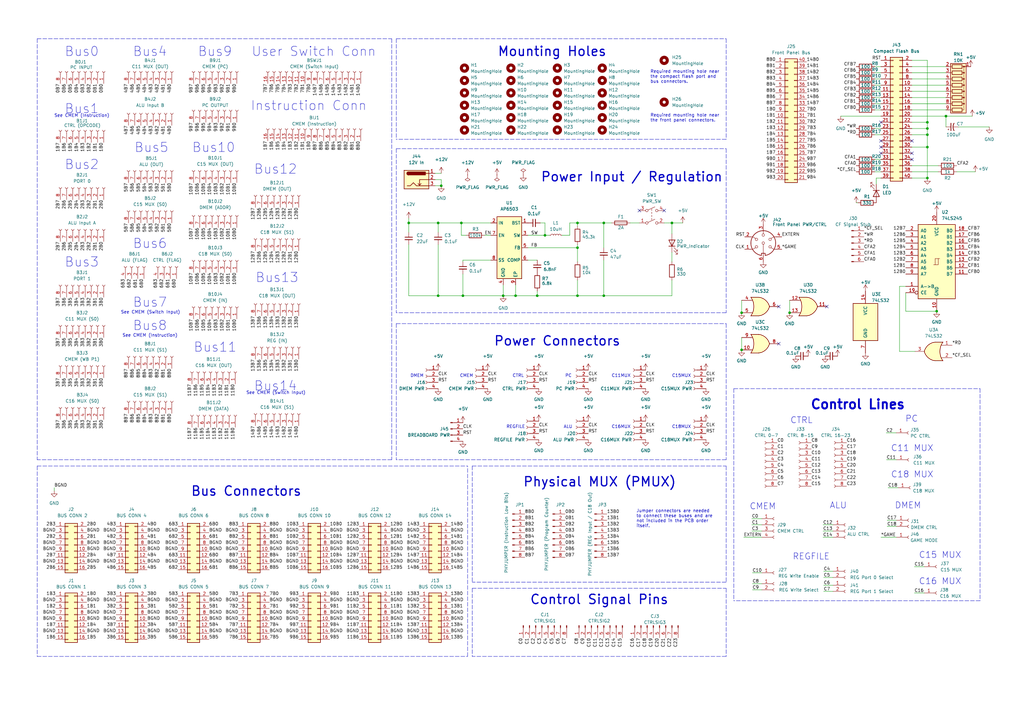
<source format=kicad_sch>
(kicad_sch (version 20211123) (generator eeschema)
  (paper "A3")
  (title_block (title "i281e Main Board") (date "2024-05-03") (rev "A") (company "i281e Development Group"))
  (junction (at 304.165 128.27))
  (junction (at 275.59 91.44))
  (junction (at 323.85 128.27))
  (junction (at 380.365 52.705))
  (junction (at 384.175 127.635))
  (junction (at 236.855 121.285))
  (junction (at 189.23 91.44))
  (junction (at 211.455 121.285))
  (junction (at 247.65 121.285))
  (junction (at 236.855 101.6))
  (junction (at 304.165 143.51))
  (junction (at 167.64 91.44))
  (junction (at 220.345 121.285))
  (junction (at 206.375 121.285))
  (junction (at 179.705 121.285))
  (junction (at 380.365 73.025))
  (junction (at 380.365 60.325))
  (junction (at 387.985 47.625))
  (junction (at 236.855 91.44))
  (junction (at 223.52 96.52))
  (junction (at 189.865 121.285))
  (junction (at 380.365 55.245))
  (junction (at 247.65 91.44))
  (junction (at 179.705 91.44))
  (junction (at 380.365 50.165))
  (junction (at 180.975 76.2))
  (no_connect (at 319.405 125.73))
  (no_connect (at 262.255 86.36))
  (no_connect (at 272.415 86.36))
  (no_connect (at 339.09 125.73))
  (no_connect (at 361.315 62.865))
  (no_connect (at 361.315 57.785))
  (no_connect (at 361.315 60.325))
  (no_connect (at 319.405 140.97))
  (no_connect (at 361.315 50.165))
  (no_connect (at 374.015 57.785))
  (no_connect (at 374.015 65.405))
  (no_connect (at 374.015 62.865))
  (wire (pts (xy 337.566 217.805) (xy 341.63 217.805)))
  (wire (pts (xy 220.345 121.285) (xy 220.345 119.38)))
  (wire (pts (xy 216.535 101.6) (xy 236.855 101.6)))
  (polyline (pts (xy 162.56 132.715) (xy 297.815 132.715)))
  (wire (pts (xy 363.855 215.9) (xy 367.665 215.9)))
  (polyline (pts (xy 193.675 191.135) (xy 193.675 238.76)))
  (wire (pts (xy 179.705 121.285) (xy 189.865 121.285)))
  (wire (pts (xy 211.455 121.285) (xy 220.345 121.285)))
  (wire (pts (xy 167.64 95.25) (xy 167.64 91.44)))
  (wire (pts (xy 358.775 65.405) (xy 361.315 65.405)))
  (wire (pts (xy 351.155 83.185) (xy 351.79 83.185)))
  (wire (pts (xy 337.82 236.855) (xy 341.63 236.855)))
  (wire (pts (xy 304.165 123.19) (xy 304.165 128.27)))
  (wire (pts (xy 371.475 117.475) (xy 368.935 117.475)))
  (wire (pts (xy 167.64 91.44) (xy 167.64 89.535)))
  (wire (pts (xy 308.61 241.935) (xy 312.42 241.935)))
  (wire (pts (xy 358.775 70.485) (xy 361.315 70.485)))
  (wire (pts (xy 363.601 188.595) (xy 367.665 188.595)))
  (wire (pts (xy 358.775 55.245) (xy 361.315 55.245)))
  (wire (pts (xy 393.065 52.07) (xy 405.765 52.07)))
  (wire (pts (xy 380.365 50.165) (xy 380.365 52.705)))
  (polyline (pts (xy 401.955 159.385) (xy 401.955 246.38)))
  (wire (pts (xy 374.015 73.025) (xy 380.365 73.025)))
  (wire (pts (xy 380.365 73.025) (xy 380.365 60.325)))
  (wire (pts (xy 236.855 101.6) (xy 236.855 107.315)))
  (wire (pts (xy 167.64 91.44) (xy 179.705 91.44)))
  (wire (pts (xy 236.855 121.285) (xy 236.855 114.935)))
  (wire (pts (xy 247.65 121.285) (xy 275.59 121.285)))
  (wire (pts (xy 359.41 75.565) (xy 359.41 73.025)))
  (wire (pts (xy 361.315 220.345) (xy 367.665 220.345)))
  (wire (pts (xy 233.68 96.52) (xy 233.68 91.44)))
  (wire (pts (xy 179.705 91.44) (xy 189.23 91.44)))
  (wire (pts (xy 275.59 107.315) (xy 275.59 103.505)))
  (wire (pts (xy 374.015 50.165) (xy 380.365 50.165)))
  (wire (pts (xy 236.855 100.33) (xy 236.855 101.6)))
  (wire (pts (xy 374.015 29.845) (xy 387.985 29.845)))
  (wire (pts (xy 380.365 55.245) (xy 374.015 55.245)))
  (wire (pts (xy 247.65 91.44) (xy 250.825 91.44)))
  (wire (pts (xy 374.015 45.085) (xy 387.985 45.085)))
  (wire (pts (xy 358.775 27.305) (xy 361.315 27.305)))
  (wire (pts (xy 179.705 100.33) (xy 179.705 121.285)))
  (wire (pts (xy 220.345 121.285) (xy 236.855 121.285)))
  (wire (pts (xy 275.59 121.285) (xy 275.59 114.935)))
  (wire (pts (xy 358.775 29.845) (xy 361.315 29.845)))
  (wire (pts (xy 308.61 239.395) (xy 312.42 239.395)))
  (polyline (pts (xy 15.24 15.875) (xy 15.24 188.595)))
  (wire (pts (xy 189.23 96.52) (xy 191.135 96.52)))
  (wire (pts (xy 206.375 121.285) (xy 206.375 116.84)))
  (polyline (pts (xy 15.24 269.24) (xy 191.77 269.24)))
  (wire (pts (xy 308.61 234.95) (xy 312.42 234.95)))
  (polyline (pts (xy 162.56 60.96) (xy 162.56 128.27)))
  (wire (pts (xy 371.475 127.635) (xy 384.175 127.635)))
  (wire (pts (xy 236.855 91.44) (xy 247.65 91.44)))
  (polyline (pts (xy 162.56 15.875) (xy 162.56 57.15)))
  (wire (pts (xy 374.015 27.305) (xy 387.985 27.305)))
  (wire (pts (xy 167.64 121.285) (xy 179.705 121.285)))
  (wire (pts (xy 308.356 217.805) (xy 312.42 217.805)))
  (wire (pts (xy 189.23 91.44) (xy 189.23 96.52)))
  (wire (pts (xy 374.015 37.465) (xy 387.985 37.465)))
  (wire (pts (xy 380.365 60.325) (xy 380.365 55.245)))
  (polyline (pts (xy 15.24 15.875) (xy 160.655 15.875)))
  (wire (pts (xy 337.82 234.315) (xy 341.63 234.315)))
  (wire (pts (xy 189.23 91.44) (xy 201.295 91.44)))
  (wire (pts (xy 275.59 91.44) (xy 275.59 95.885)))
  (wire (pts (xy 221.615 91.44) (xy 223.52 91.44)))
  (wire (pts (xy 167.64 100.33) (xy 167.64 121.285)))
  (wire (pts (xy 375.031 232.41) (xy 379.095 232.41)))
  (polyline (pts (xy 193.675 191.135) (xy 297.815 191.135)))
  (polyline (pts (xy 191.77 269.24) (xy 191.77 191.135)))
  (wire (pts (xy 220.345 106.68) (xy 216.535 106.68)))
  (wire (pts (xy 363.474 177.546) (xy 367.538 177.546)))
  (wire (pts (xy 206.375 121.285) (xy 211.455 121.285)))
  (wire (pts (xy 359.41 73.025) (xy 361.315 73.025)))
  (wire (pts (xy 223.52 96.52) (xy 216.535 96.52)))
  (wire (pts (xy 189.865 106.68) (xy 189.865 107.315)))
  (polyline (pts (xy 297.815 132.715) (xy 297.815 188.595)))
  (polyline (pts (xy 297.815 241.3) (xy 297.815 269.24)))
  (wire (pts (xy 358.775 67.945) (xy 361.315 67.945)))
  (wire (pts (xy 368.935 117.475) (xy 368.935 144.145)))
  (wire (pts (xy 258.445 91.44) (xy 262.255 91.44)))
  (wire (pts (xy 189.865 112.395) (xy 189.865 121.285)))
  (wire (pts (xy 189.865 121.285) (xy 206.375 121.285)))
  (polyline (pts (xy 297.815 238.76) (xy 193.675 238.76)))
  (polyline (pts (xy 193.675 241.3) (xy 193.675 269.24)))
  (wire (pts (xy 363.855 213.36) (xy 367.665 213.36)))
  (wire (pts (xy 247.65 91.44) (xy 247.65 101.6)))
  (polyline (pts (xy 160.655 188.595) (xy 15.24 188.595)))
  (polyline (pts (xy 297.815 57.15) (xy 162.56 57.15)))
  (wire (pts (xy 387.985 47.625) (xy 398.78 47.625)))
  (wire (pts (xy 400.05 70.485) (xy 392.43 70.485)))
  (polyline (pts (xy 297.815 269.24) (xy 193.675 269.24)))
  (wire (pts (xy 358.775 34.925) (xy 361.315 34.925)))
  (wire (pts (xy 368.935 144.145) (xy 375.285 144.145)))
  (wire (pts (xy 236.855 92.71) (xy 236.855 91.44)))
  (wire (pts (xy 344.805 47.625) (xy 361.315 47.625)))
  (polyline (pts (xy 401.955 246.38) (xy 300.99 246.38)))
  (polyline (pts (xy 162.56 132.715) (xy 162.56 188.595)))
  (wire (pts (xy 380.365 52.705) (xy 380.365 55.245)))
  (wire (pts (xy 233.68 91.44) (xy 236.855 91.44)))
  (wire (pts (xy 223.52 91.44) (xy 223.52 96.52)))
  (wire (pts (xy 201.295 106.68) (xy 189.865 106.68)))
  (polyline (pts (xy 297.815 15.875) (xy 297.815 57.15)))
  (wire (pts (xy 380.365 60.325) (xy 374.015 60.325)))
  (wire (pts (xy 178.435 73.66) (xy 180.975 73.66)))
  (wire (pts (xy 247.65 106.68) (xy 247.65 121.285)))
  (wire (pts (xy 384.81 70.485) (xy 374.015 70.485)))
  (wire (pts (xy 272.415 91.44) (xy 275.59 91.44)))
  (wire (pts (xy 308.356 212.725) (xy 312.42 212.725)))
  (polyline (pts (xy 297.815 188.595) (xy 162.56 188.595)))
  (polyline (pts (xy 162.56 60.96) (xy 297.815 60.96)))
  (wire (pts (xy 337.82 242.57) (xy 341.63 242.57)))
  (wire (pts (xy 374.015 42.545) (xy 387.985 42.545)))
  (wire (pts (xy 225.425 96.52) (xy 223.52 96.52)))
  (wire (pts (xy 375.031 243.205) (xy 379.095 243.205)))
  (wire (pts (xy 371.475 120.015) (xy 371.475 127.635)))
  (wire (pts (xy 358.775 40.005) (xy 361.315 40.005)))
  (polyline (pts (xy 300.99 159.385) (xy 401.955 159.385)))
  (wire (pts (xy 304.165 138.43) (xy 304.165 143.51)))
  (wire (pts (xy 323.85 123.19) (xy 323.85 128.27)))
  (wire (pts (xy 374.015 40.005) (xy 387.985 40.005)))
  (wire (pts (xy 358.775 37.465) (xy 361.315 37.465)))
  (wire (pts (xy 275.59 91.44) (xy 280.035 91.44)))
  (wire (pts (xy 22.225 200.025) (xy 22.225 201.295)))
  (polyline (pts (xy 300.99 159.385) (xy 300.99 246.38)))
  (wire (pts (xy 305.054 220.345) (xy 312.42 220.345)))
  (wire (pts (xy 179.705 91.44) (xy 179.705 95.25)))
  (wire (pts (xy 230.505 96.52) (xy 233.68 96.52)))
  (polyline (pts (xy 15.24 191.135) (xy 191.77 191.135)))
  (wire (pts (xy 236.855 121.285) (xy 247.65 121.285)))
  (polyline (pts (xy 15.24 191.135) (xy 15.24 269.24)))
  (polyline (pts (xy 297.815 60.96) (xy 297.815 128.27)))
  (wire (pts (xy 358.775 42.545) (xy 361.315 42.545)))
  (wire (pts (xy 201.295 96.52) (xy 198.755 96.52)))
  (wire (pts (xy 374.015 24.765) (xy 380.365 24.765)))
  (wire (pts (xy 387.985 47.625) (xy 387.985 52.07)))
  (wire (pts (xy 364.236 200.025) (xy 368.3 200.025)))
  (wire (pts (xy 337.566 215.265) (xy 341.63 215.265)))
  (polyline (pts (xy 162.56 15.875) (xy 297.815 15.875)))
  (wire (pts (xy 180.975 73.66) (xy 180.975 76.2)))
  (wire (pts (xy 384.81 67.945) (xy 374.015 67.945)))
  (wire (pts (xy 180.975 71.12) (xy 178.435 71.12)))
  (polyline (pts (xy 297.815 128.27) (xy 162.56 128.27)))
  (wire (pts (xy 337.566 220.345) (xy 341.63 220.345)))
  (wire (pts (xy 374.015 34.925) (xy 387.985 34.925)))
  (wire (pts (xy 358.775 45.085) (xy 361.315 45.085)))
  (polyline (pts (xy 160.655 15.875) (xy 160.655 188.595)))
  (wire (pts (xy 358.775 32.385) (xy 361.315 32.385)))
  (wire (pts (xy 374.015 47.625) (xy 387.985 47.625)))
  (wire (pts (xy 211.455 121.285) (xy 211.455 116.84)))
  (wire (pts (xy 374.015 52.705) (xy 380.365 52.705)))
  (polyline (pts (xy 297.815 191.135) (xy 297.815 238.76)))
  (wire (pts (xy 358.775 52.705) (xy 361.315 52.705)))
  (wire (pts (xy 380.365 24.765) (xy 380.365 50.165)))
  (wire (pts (xy 308.356 215.265) (xy 312.42 215.265)))
  (wire (pts (xy 337.82 240.03) (xy 341.63 240.03)))
  (wire (pts (xy 180.975 76.2) (xy 178.435 76.2)))
  (polyline (pts (xy 193.675 241.3) (xy 297.815 241.3)))
  (wire (pts (xy 374.015 32.385) (xy 387.985 32.385)))
  (text "Mounting Holes" (at 248.92 23.495 180) (effects (font (size 3.81 3.81) (thickness 0.508) bold) (justify right bottom)))
  (text "Bus6" (at 68.58 102.235 180) (effects (font (size 3.81 3.81)) (justify right bottom)))
  (text "See CMEM (Instruction)" (at 22.225 48.26 0) (effects (font (size 1.27 1.27)) (justify left bottom)))
  (text "Bus9" (at 95.25 23.495 180) (effects (font (size 3.81 3.81)) (justify right bottom)))
  (text "Bus13" (at 122.555 116.205 180) (effects (font (size 3.81 3.81)) (justify right bottom)))
  (text "Bus12" (at 121.92 71.755 180) (effects (font (size 3.81 3.81)) (justify right bottom)))
  (text "Power Connectors" (at 254.635 142.24 180) (effects (font (size 3.81 3.81) (thickness 0.508) bold) (justify right bottom)))
  (text "Jumper connectors are needed\nto connect these buses and are\nnot included in the PCB order\nitself." (at 260.985 216.535 0) (effects (font (size 1.27 1.27)) (justify left bottom)))
  (text "Control Lines" (at 371.475 168.275 180) (effects (font (size 3.81 3.81) (thickness 0.762) bold) (justify right bottom)))
  (text "C11 MUX" (at 382.905 185.42 180) (effects (font (size 2.54 2.54)) (justify right bottom)))
  (text "Control Signal Pins" (at 274.32 248.285 180) (effects (font (size 3.81 3.81) (thickness 0.508) bold) (justify right bottom)))
  (text "Instruction Conn" (at 150.495 45.72 180) (effects (font (size 3.81 3.81)) (justify right bottom)))
  (text "Required mounting hole near\nthe compact flash port and\nbus connectors." (at 266.7 34.29 0) (effects (font (size 1.27 1.27)) (justify left bottom)))
  (text "C11MUX" (at 250.825 154.94 0) (effects (font (size 1.27 1.27)) (justify left bottom)))
  (text "Bus Connectors" (at 123.825 203.835 180) (effects (font (size 3.81 3.81) (thickness 0.508) bold) (justify right bottom)))
  (text "CTRL" (at 210.185 154.94 0) (effects (font (size 1.27 1.27)) (justify left bottom)))
  (text "CTRL" (at 333.375 173.99 180) (effects (font (size 2.54 2.54)) (justify right bottom)))
  (text "Bus1" (at 40.64 46.99 180) (effects (font (size 3.81 3.81)) (justify right bottom)))
  (text "REGFILE" (at 340.36 229.87 180) (effects (font (size 2.54 2.54)) (justify right bottom)))
  (text "Bus2" (at 40.64 69.85 180) (effects (font (size 3.81 3.81)) (justify right bottom)))
  (text "CMEM" (at 188.595 154.94 0) (effects (font (size 1.27 1.27)) (justify left bottom)))
  (text "CMEM" (at 318.262 209.296 180) (effects (font (size 2.54 2.54)) (justify right bottom)))
  (text "C16MUX" (at 250.825 175.895 0) (effects (font (size 1.27 1.27)) (justify left bottom)))
  (text "Bus0" (at 40.64 23.495 180) (effects (font (size 3.81 3.81)) (justify right bottom)))
  (text "Bus10" (at 96.52 62.865 180) (effects (font (size 3.81 3.81)) (justify right bottom)))
  (text "See CMEM (Switch Input)" (at 49.53 128.905 0) (effects (font (size 1.27 1.27)) (justify left bottom)))
  (text "Physical MUX (PMUX)" (at 277.495 200.025 180) (effects (font (size 3.81 3.81) (thickness 0.508) bold) (justify right bottom)))
  (text "PC" (at 231.775 154.94 0) (effects (font (size 1.27 1.27)) (justify left bottom)))
  (text "REGFILE" (at 207.645 175.895 0) (effects (font (size 1.27 1.27)) (justify left bottom)))
  (text "Bus14" (at 121.92 160.655 180) (effects (font (size 3.81 3.81)) (justify right bottom)))
  (text "C15MUX" (at 275.59 154.94 0) (effects (font (size 1.27 1.27)) (justify left bottom)))
  (text "Required mounting hole near\nthe front panel connectors." (at 266.7 50.165 0) (effects (font (size 1.27 1.27)) (justify left bottom)))
  (text "C18 MUX" (at 382.905 196.215 180) (effects (font (size 2.54 2.54)) (justify right bottom)))
  (text "C16 MUX" (at 394.335 240.03 180) (effects (font (size 2.54 2.54)) (justify right bottom)))
  (text "ALU" (at 347.345 208.915 180) (effects (font (size 2.54 2.54)) (justify right bottom)))
  (text "PC" (at 376.555 173.355 180) (effects (font (size 2.54 2.54)) (justify right bottom)))
  (text "C15 MUX" (at 394.335 229.235 180) (effects (font (size 2.54 2.54)) (justify right bottom)))
  (text "DMEM" (at 168.275 154.94 0) (effects (font (size 1.27 1.27)) (justify left bottom)))
  (text "Power Input / Regulation" (at 296.545 74.93 180) (effects (font (size 3.81 3.81) (thickness 0.508) bold) (justify right bottom)))
  (text "Bus5" (at 69.215 62.865 180) (effects (font (size 3.81 3.81)) (justify right bottom)))
  (text "See CMEM (Instruction)" (at 50.165 138.43 0) (effects (font (size 1.27 1.27)) (justify left bottom)))
  (text "User Switch Conn" (at 154.305 23.495 180) (effects (font (size 3.81 3.81)) (justify right bottom)))
  (text "DMEM" (at 377.825 208.915 180) (effects (font (size 2.54 2.54)) (justify right bottom)))
  (text "Bus8" (at 68.58 135.89 180) (effects (font (size 3.81 3.81)) (justify right bottom)))
  (text "Bus3" (at 40.64 109.855 180) (effects (font (size 3.81 3.81)) (justify right bottom)))
  (text "ALU" (at 231.14 175.895 0) (effects (font (size 1.27 1.27)) (justify left bottom)))
  (text "See CMEM (Switch Input)" (at 100.965 161.925 0) (effects (font (size 1.27 1.27)) (justify left bottom)))
  (text "Bus11" (at 97.155 144.78 180) (effects (font (size 3.81 3.81)) (justify right bottom)))
  (text "Bus4" (at 68.58 23.495 180) (effects (font (size 3.81 3.81)) (justify right bottom)))
  (text "Bus7" (at 68.58 126.365 180) (effects (font (size 3.81 3.81)) (justify right bottom)))
  (text "C18MUX" (at 275.59 175.895 0) (effects (font (size 1.27 1.27)) (justify left bottom)))
  (label "3B4" (at 32.385 121.92 270))
  (label "13B0" (at 122.555 129.54 270))
  (label "14B6" (at 330.835 40.64 0))
  (label "1B7" (at 22.86 257.175 180))
  (label "C2" (at 318.77 186.69 0))
  (label "3B0" (at 42.545 154.94 270))
  (label "8B6" (at 215.265 226.06 0))
  (label "BGND" (at 73.025 254.635 180))
  (label "14B7" (at 104.775 174.625 270))
  (label "BGND" (at 73.025 218.44 180))
  (label "10B3" (at 89.535 111.76 270))
  (label "4B4" (at 60.325 51.435 270))
  (label "11B5" (at 83.82 157.48 270))
  (label "2B2" (at 37.465 81.915 270))
  (label "1B4" (at 32.385 58.42 270))
  (label "13B2" (at 248.92 215.9 0))
  (label "CLK" (at 179.705 154.305 0))
  (label "10B6" (at 81.915 93.345 270))
  (label "6B2" (at 73.025 233.68 180))
  (label "BGND" (at 85.725 218.44 0))
  (label "5B1" (at 67.945 74.93 270))
  (label "2B6" (at 22.86 233.68 180))
  (label "5B3" (at 62.865 74.93 270))
  (label "8B7" (at 318.135 43.18 180))
  (label "4B2" (at 65.405 51.435 270))
  (label "3B6" (at 27.305 154.94 270))
  (label "BGND" (at 85.725 226.06 0))
  (label "14B7" (at 172.085 228.6 180))
  (label "8B2" (at 65.405 169.545 270))
  (label "BGND" (at 184.785 247.015 0))
  (label "BGND" (at 22.86 226.06 180))
  (label "9B2" (at 92.075 34.29 270))
  (label "10B7" (at 79.375 130.81 270))
  (label "8B3" (at 318.135 33.02 180))
  (label "10B5" (at 84.455 130.81 270))
  (label "10B4" (at 86.995 93.345 270))
  (label "1B5" (at 35.56 262.255 0))
  (label "BGND" (at 85.725 259.715 0))
  (label "14B5" (at 109.855 174.625 270))
  (label "1B2" (at 22.86 249.555 180))
  (label "0B5" (at 29.845 34.29 270))
  (label "12B1" (at 120.015 85.09 270))
  (label "14B1" (at 145.415 34.29 270))
  (label "5B3" (at 62.865 91.44 270))
  (label "CLK" (at 264.795 175.26 0))
  (label "C6" (at 229.87 261.62 270))
  (label "C12" (at 247.65 261.62 270))
  (label "11B1" (at 93.98 157.48 270))
  (label "7B7" (at 109.855 34.29 270))
  (label "BGND" (at 172.085 223.52 180))
  (label "8B2" (at 318.135 30.48 180))
  (label "1B3" (at 120.015 57.785 270))
  (label "C11" (at 245.11 261.62 270))
  (label "9B4" (at 86.995 50.165 270))
  (label "BGND" (at 22.86 218.44 180))
  (label "CLK" (at 220.98 154.305 0))
  (label "0B5" (at 231.775 223.52 0))
  (label "9B4" (at 86.995 34.29 270))
  (label "11B5" (at 160.02 262.255 0))
  (label "4B5" (at 60.325 233.68 0))
  (label "8B5" (at 318.135 38.1 180))
  (label "2B7" (at 22.86 228.6 180))
  (label "14B0" (at 330.835 25.4 0))
  (label "BGND" (at 135.255 259.715 0))
  (label "3B7" (at 24.765 172.085 270))
  (label "7B2" (at 122.555 34.29 270))
  (label "1B6" (at 112.395 57.785 270))
  (label "10B4" (at 86.995 130.81 270))
  (label "4B5" (at 57.785 51.435 270))
  (label "BGND" (at 97.79 231.14 180))
  (label "14B5" (at 184.785 233.68 0))
  (label "10B1" (at 94.615 74.93 270))
  (label "BGND" (at 110.49 223.52 0))
  (label "BGND" (at 22.225 200.025 0))
  (label "C0" (at 308.356 212.725 0))
  (label "11B0" (at 96.52 157.48 270))
  (label "BGND" (at 122.555 247.015 180))
  (label "1B3" (at 34.925 58.42 270))
  (label "8B7" (at 97.79 228.6 180))
  (label "CFB4" (at 396.875 102.235 0))
  (label "11B6" (at 81.28 157.48 270))
  (label "*GAME" (at 361.315 220.345 0))
  (label "9B1" (at 94.615 34.29 270))
  (label "14B2" (at 142.875 34.29 270))
  (label "14B2" (at 330.835 30.48 0))
  (label "12B4" (at 371.475 102.235 180))
  (label "C13" (at 332.74 194.31 0))
  (label "2B0" (at 42.545 81.915 270))
  (label "6B3" (at 51.435 114.3 270))
  (label "12B1" (at 160.02 220.98 0))
  (label "9B0" (at 135.255 244.475 0))
  (label "11B4" (at 86.36 157.48 270))
  (label "C17" (at 363.855 213.36 0))
  (label "7B5" (at 110.49 262.255 0))
  (label "12B4" (at 112.395 102.87 270))
  (label "CFB6" (at 396.875 97.155 0))
  (label "5B1" (at 67.945 91.44 270))
  (label "12B7" (at 104.775 102.87 270))
  (label "12B6" (at 107.315 85.09 270))
  (label "10B3" (at 89.535 74.93 270))
  (label "2B5" (at 29.845 81.915 270))
  (label "BGND" (at 97.79 223.52 180))
  (label "BGND" (at 122.555 231.14 180))
  (label "BGND" (at 22.86 252.095 180))
  (label "C22" (at 275.59 261.62 270))
  (label "BGND" (at 172.085 252.095 180))
  (label "BGND" (at 147.32 247.015 180))
  (label "C12" (at 332.74 191.77 0))
  (label "4B5" (at 57.785 34.29 270))
  (label "3B4" (at 32.385 138.43 270))
  (label "BGND" (at 172.085 226.06 180))
  (label "3B4" (at 32.385 154.94 270))
  (label "13B5" (at 109.855 129.54 270))
  (label "11B2" (at 147.32 249.555 180))
  (label "1B1" (at 40.005 58.42 270))
  (label "8B1" (at 110.49 220.98 0))
  (label "7B6" (at 97.79 262.255 180))
  (label "14B1" (at 330.835 27.94 0))
  (label "1B4" (at 35.56 257.175 0))
  (label "4B0" (at 70.485 51.435 270))
  (label "BGND" (at 184.785 231.14 0))
  (label "8B3" (at 140.335 57.785 270))
  (label "11B5" (at 83.82 175.26 270))
  (label "RST" (at 220.98 177.8 0))
  (label "C16" (at 347.218 181.61 0))
  (label "14B1" (at 120.015 174.625 270))
  (label "CLK" (at 305.435 102.235 180))
  (label "3B1" (at 40.005 121.92 270))
  (label "C7" (at 337.82 242.57 0))
  (label "C9" (at 240.03 261.62 270))
  (label "BGND" (at 73.025 247.015 180))
  (label "CLK" (at 264.795 154.305 0))
  (label "9B3" (at 122.555 244.475 180))
  (label "9B5" (at 84.455 34.29 270))
  (label "8B3" (at 215.265 218.44 0))
  (label "BGND" (at 73.025 226.06 180))
  (label "BGND" (at 184.785 226.06 0))
  (label "BGND" (at 135.255 254.635 0))
  (label "9B6" (at 330.835 68.58 0))
  (label "C4" (at 337.82 234.315 0))
  (label "C15" (at 332.74 199.39 0))
  (label "13B3" (at 114.935 147.32 270))
  (label "BGND" (at 110.49 226.06 0))
  (label "BGND" (at 110.49 252.095 0))
  (label "8B5" (at 135.255 57.785 270))
  (label "9B1" (at 135.255 249.555 0))
  (label "4B7" (at 52.705 34.29 270))
  (label "14B3" (at 330.835 33.02 0))
  (label "8B0" (at 147.955 57.785 270))
  (label "12B0" (at 122.555 85.09 270))
  (label "8B6" (at 318.135 40.64 180))
  (label "1B7" (at 318.135 63.5 180))
  (label "3B5" (at 29.845 154.94 270))
  (label "C1" (at 308.356 215.265 0))
  (label "C7" (at 318.77 199.39 0))
  (label "6B1" (at 69.85 114.3 270))
  (label "EXTERN" (at 320.675 97.155 0))
  (label "BGND" (at 160.02 218.44 0))
  (label "8B1" (at 145.415 57.785 270))
  (label "9B2" (at 92.075 50.165 270))
  (label "8B0" (at 215.265 210.82 0))
  (label "C5" (at 337.82 236.855 0))
  (label "5B5" (at 57.785 74.93 270))
  (label "13B4" (at 112.395 129.54 270))
  (label "0B6" (at 27.305 34.29 270))
  (label "8B1" (at 67.945 169.545 270))
  (label "BGND" (at 47.625 223.52 180))
  (label "C15" (at 255.27 261.62 270))
  (label "1B2" (at 37.465 58.42 270))
  (label "13B7" (at 248.92 228.6 0))
  (label "10B2" (at 122.555 220.98 180))
  (label "9B0" (at 97.155 50.165 270))
  (label "BGND" (at 160.02 226.06 0))
  (label "5B0" (at 70.485 91.44 270))
  (label "4B6" (at 55.245 51.435 270))
  (label "C18" (at 364.236 200.025 0))
  (label "4B2" (at 65.405 34.29 270))
  (label "BGND" (at 122.555 223.52 180))
  (label "8B7" (at 52.705 151.13 270))
  (label "C12" (at 337.566 215.265 0))
  (label "C9" (at 308.61 241.935 0))
  (label "BGND" (at 135.255 231.14 0))
  (label "C10" (at 308.61 234.95 0))
  (label "13B0" (at 248.92 210.82 0))
  (label "BGND" (at 35.56 259.715 0))
  (label "7B4" (at 330.835 55.88 0))
  (label "BGND" (at 110.49 247.015 0))
  (label "3B0" (at 42.545 172.085 270))
  (label "8B3" (at 62.865 169.545 270))
  (label "CLK" (at 289.56 175.26 0))
  (label "C6" (at 318.77 196.85 0))
  (label "BGND" (at 73.025 259.715 180))
  (label "13B7" (at 104.775 147.32 270))
  (label "BGND" (at 184.785 223.52 0))
  (label "BGND" (at 110.49 218.44 0))
  (label "C22" (at 347.218 196.85 0))
  (label "8B4" (at 60.325 151.13 270))
  (label "BGND" (at 122.555 252.095 180))
  (label "C21" (at 347.218 194.31 0))
  (label "BGND" (at 172.085 231.14 180))
  (label "3B7" (at 47.625 257.175 180))
  (label "3B1" (at 40.005 138.43 270))
  (label "3B2" (at 37.465 121.92 270))
  (label "BGND" (at 85.725 223.52 0))
  (label "C5" (at 318.77 194.31 0))
  (label "4B1" (at 67.945 51.435 270))
  (label "CFB3" (at 396.875 104.775 0))
  (label "10B2" (at 92.075 93.345 270))
  (label "8B0" (at 110.49 215.9 0))
  (label "12B3" (at 371.475 104.775 180))
  (label "10B3" (at 89.535 93.345 270))
  (label "9B5" (at 330.835 71.12 0))
  (label "2B5" (at 35.56 233.68 0))
  (label "CFA0" (at 351.155 67.945 180))
  (label "12B2" (at 147.32 220.98 180))
  (label "0B1" (at 40.005 34.29 270))
  (label "0B3" (at 231.775 218.44 0))
  (label "8B5" (at 57.785 169.545 270))
  (label "2B0" (at 42.545 99.06 270))
  (label "14B1" (at 184.785 220.98 0))
  (label "11B6" (at 81.28 175.26 270))
  (label "BGND" (at 110.49 254.635 0))
  (label "13B3" (at 248.92 218.44 0))
  (label "2B1" (at 40.005 99.06 270))
  (label "14B0" (at 184.785 215.9 0))
  (label "1B5" (at 114.935 57.785 270))
  (label "10B1" (at 94.615 130.81 270))
  (label "BGND" (at 60.325 226.06 0))
  (label "8B4" (at 110.49 228.6 0))
  (label "5B3" (at 73.025 244.475 180))
  (label "CFB0" (at 351.155 45.085 180))
  (label "BGND" (at 35.56 252.095 0))
  (label "5B6" (at 55.245 91.44 270))
  (label "7B1" (at 110.49 249.555 0))
  (label "7B6" (at 330.835 60.96 0))
  (label "12B0" (at 122.555 102.87 270))
  (label "BGND" (at 160.02 247.015 0))
  (label "C13" (at 250.19 261.62 270))
  (label "2B4" (at 35.56 228.6 0))
  (label "1B3" (at 22.86 244.475 180))
  (label "10B2" (at 92.075 130.81 270))
  (label "BGND" (at 85.725 247.015 0))
  (label "BGND" (at 147.32 218.44 180))
  (label "BGND" (at 22.86 254.635 180))
  (label "14B4" (at 137.795 34.29 270))
  (label "9B5" (at 135.255 262.255 0))
  (label "8B6" (at 55.245 151.13 270))
  (label "BGND" (at 97.79 254.635 180))
  (label "2B3" (at 22.86 215.9 180))
  (label "0B4" (at 32.385 34.29 270))
  (label "BGND" (at 147.32 254.635 180))
  (label "10B0" (at 135.255 215.9 0))
  (label "C8" (at 237.49 261.62 270))
  (label "4B3" (at 62.865 34.29 270))
  (label "8B7" (at 130.175 57.785 270))
  (label "0B0" (at 42.545 34.29 270))
  (label "BGND" (at 172.085 247.015 180))
  (label "11B3" (at 88.9 175.26 270))
  (label "11B4" (at 86.36 175.26 270))
  (label "12B7" (at 104.775 85.09 270))
  (label "3B5" (at 29.845 138.43 270))
  (label "C2" (at 219.71 261.62 270))
  (label "BGND" (at 147.32 252.095 180))
  (label "14B3" (at 140.335 34.29 270))
  (label "C23" (at 278.13 261.62 270))
  (label "CFB5" (at 351.155 32.385 180))
  (label "C10" (at 242.57 261.62 270))
  (label "13B6" (at 107.315 129.54 270))
  (label "12B7" (at 371.475 94.615 180))
  (label "9B0" (at 318.135 66.04 180))
  (label "3B7" (at 24.765 138.43 270))
  (label "2B7" (at 24.765 99.06 270))
  (label "C5" (at 227.33 261.62 270))
  (label "BGND" (at 122.555 254.635 180))
  (label "13B2" (at 172.085 249.555 180))
  (label "BGND" (at 135.255 218.44 0))
  (label "8B2" (at 65.405 151.13 270))
  (label "9B5" (at 84.455 50.165 270))
  (label "0B3" (at 34.925 34.29 270))
  (label "8B4" (at 215.265 220.98 0))
  (label "EXTERN" (at 305.054 220.345 0))
  (label "6B3" (at 73.025 215.9 180))
  (label "0B4" (at 231.775 220.98 0))
  (label "C8" (at 308.61 239.395 0))
  (label "RST" (at 305.435 97.155 180))
  (label "5B2" (at 73.025 249.555 180))
  (label "BGND" (at 35.56 218.44 0))
  (label "6B0" (at 85.725 228.6 0))
  (label "10B7" (at 79.375 93.345 270))
  (label "BGND" (at 60.325 247.015 0))
  (label "6B2" (at 73.025 220.98 180))
  (label "C23" (at 347.218 199.39 0))
  (label "8B0" (at 318.135 25.4 180))
  (label "8B1" (at 215.265 213.36 0))
  (label "3B3" (at 47.625 244.475 180))
  (label "CFA2" (at 354.33 102.235 0))
  (label "5B4" (at 85.725 257.175 0))
  (label "8B7" (at 52.705 169.545 270))
  (label "9B3" (at 89.535 50.165 270))
  (label "1B7" (at 24.765 58.42 270))
  (label "11B0" (at 96.52 175.26 270))
  (label "6B0" (at 72.39 114.3 270))
  (label "7B7" (at 97.79 257.175 180))
  (label "14B5" (at 135.255 34.29 270))
  (label "CFB2" (at 396.875 107.315 0))
  (label "2B1" (at 40.005 81.915 270))
  (label "C14" (at 337.566 220.345 0))
  (label "13B5" (at 109.855 147.32 270))
  (label "C16" (at 260.35 261.62 270))
  (label "13B0" (at 184.785 244.475 0))
  (label "3B0" (at 42.545 138.43 270))
  (label "4B1" (at 60.325 220.98 0))
  (label "9B7" (at 79.375 50.165 270))
  (label "4B4" (at 60.325 228.6 0))
  (label "8B6" (at 97.79 233.68 180))
  (label "C20" (at 347.218 191.77 0))
  (label "14B0" (at 147.955 34.29 270))
  (label "BGND" (at 97.79 247.015 180))
  (label "13B1" (at 184.785 249.555 0))
  (label "3B5" (at 29.845 172.085 270))
  (label "3B0" (at 42.545 121.92 270))
  (label "0B2" (at 231.775 215.9 0))
  (label "12B5" (at 109.855 102.87 270))
  (label "3B3" (at 34.925 154.94 270))
  (label "8B7" (at 215.265 228.6 0))
  (label "10B6" (at 122.555 233.68 180))
  (label "BGND" (at 135.255 226.06 0))
  (label "RST" (at 361.315 24.765 180))
  (label "1B0" (at 127.635 57.785 270))
  (label "8B5" (at 110.49 233.68 0))
  (label "13B5" (at 248.92 223.52 0))
  (label "11B4" (at 160.02 257.175 0))
  (label "10B3" (at 89.535 130.81 270))
  (label "8B5" (at 57.785 151.13 270))
  (label "9B2" (at 318.135 71.12 180))
  (label "BGND" (at 47.625 231.14 180))
  (label "4B6" (at 55.245 34.29 270))
  (label "14B2" (at 172.085 220.98 180))
  (label "10B0" (at 97.155 130.81 270))
  (label "C17" (at 347.218 184.15 0))
  (label "2B4" (at 32.385 99.06 270))
  (label "1B0" (at 35.56 244.475 0))
  (label "10B5" (at 84.455 74.93 270))
  (label "8B2" (at 142.875 57.785 270))
  (label "0B1" (at 231.775 213.36 0))
  (label "11B3" (at 88.9 157.48 270))
  (label "10B6" (at 81.915 130.81 270))
  (label "13B4" (at 184.785 257.175 0))
  (label "11B2" (at 91.44 175.26 270))
  (label "6B1" (at 85.725 233.68 0))
  (label "8B4" (at 318.135 35.56 180))
  (label "9B7" (at 122.555 257.175 180))
  (label "CFB3" (at 351.155 37.465 180))
  (label "C14" (at 332.74 196.85 0))
  (label "BGND" (at 73.025 252.095 180))
  (label "8B0" (at 70.485 151.13 270))
  (label "8B6" (at 55.245 169.545 270))
  (label "9B3" (at 318.135 73.66 180))
  (label "9B2" (at 122.555 249.555 180))
  (label "2B3" (at 34.925 81.915 270))
  (label "CLK" (at 241.3 175.26 0))
  (label "BGND" (at 172.085 218.44 180))
  (label "C4" (at 318.77 191.77 0))
  (label "12B6" (at 147.32 233.68 180))
  (label "7B5" (at 330.835 58.42 0))
  (label "1B4" (at 318.135 55.88 180))
  (label "BGND" (at 60.325 252.095 0))
  (label "5B2" (at 65.405 74.93 270))
  (label "10B4" (at 86.995 111.76 270))
  (label "BGND" (at 147.32 231.14 180))
  (label "7B3" (at 120.015 34.29 270))
  (label "0B0" (at 231.775 210.82 0))
  (label "10B0" (at 97.155 74.93 270))
  (label "C9" (at 332.74 184.15 0))
  (label "10B7" (at 122.555 228.6 180))
  (label "14B0" (at 122.555 174.625 270))
  (label "SW" (at 217.805 96.52 0))
  (label "8B1" (at 67.945 151.13 270))
  (label "CFB5" (at 396.875 99.695 0))
  (label "RST" (at 241.3 177.8 0))
  (label "*CF_SEL" (at 354.33 94.615 0))
  (label "C1" (at 318.77 184.15 0))
  (label "0B6" (at 231.775 226.06 0))
  (label "BGND" (at 85.725 231.14 0))
  (label "3B1" (at 60.325 249.555 0))
  (label "13B4" (at 248.92 220.98 0))
  (label "14B3" (at 172.085 215.9 180))
  (label "6B0" (at 59.055 114.3 270))
  (label "BGND" (at 160.02 259.715 0))
  (label "12B2" (at 117.475 85.09 270))
  (label "1B4" (at 117.475 57.785 270))
  (label "13B1" (at 120.015 147.32 270))
  (label "12B5" (at 371.475 99.695 180))
  (label "10B0" (at 97.155 93.345 270))
  (label "BGND" (at 60.325 218.44 0))
  (label "10B2" (at 92.075 74.93 270))
  (label "13B1" (at 120.015 129.54 270))
  (label "BGND" (at 22.86 231.14 180))
  (label "BGND" (at 160.02 223.52 0))
  (label "5B7" (at 52.705 74.93 270))
  (label "C2" (at 363.474 177.546 0))
  (label "7B3" (at 97.79 244.475 180))
  (label "C15" (at 375.031 232.41 0))
  (label "8B2" (at 97.79 220.98 180))
  (label "BGND" (at 60.325 223.52 0))
  (label "BGND" (at 184.785 218.44 0))
  (label "3B3" (at 34.925 121.92 270))
  (label "7B3" (at 330.835 53.34 0))
  (label "BGND" (at 110.49 259.715 0))
  (label "2B2" (at 22.86 220.98 180))
  (label "C0" (at 214.63 261.62 270))
  (label "2B3" (at 34.925 99.06 270))
  (label "12B2" (at 117.475 102.87 270))
  (label "BGND" (at 135.255 252.095 0))
  (label "10B4" (at 135.255 228.6 0))
  (label "3B3" (at 34.925 172.085 270))
  (label "5B4" (at 60.325 74.93 270))
  (label "*GAME" (at 320.675 102.235 0))
  (label "BGND" (at 97.79 226.06 180))
  (label "CFA1" (at 351.155 65.405 180))
  (label "10B4" (at 86.995 74.93 270))
  (label "C8" (at 332.74 181.61 0))
  (label "C6" (at 337.82 240.03 0))
  (label "12B1" (at 371.475 109.855 180))
  (label "12B1" (at 120.015 102.87 270))
  (label "14B4" (at 330.835 35.56 0))
  (label "BGND" (at 22.86 259.715 180))
  (label "C4" (at 224.79 261.62 270))
  (label "13B6" (at 248.92 226.06 0))
  (label "5B6" (at 55.245 74.93 270))
  (label "4B0" (at 70.485 34.29 270))
  (label "7B0" (at 330.835 45.72 0))
  (label "EN" (at 198.755 96.52 0))
  (label "11B7" (at 78.74 157.48 270))
  (label "BGND" (at 35.56 254.635 0))
  (label "6B1" (at 85.725 220.98 0))
  (label "0B7" (at 24.765 34.29 270))
  (label "*CF_SEL" (at 390.525 146.685 0))
  (label "CLK" (at 200.025 154.305 0))
  (label "2B1" (at 35.56 220.98 0))
  (label "3B1" (at 40.005 172.085 270))
  (label "6B2" (at 53.975 114.3 270))
  (label "3B6" (at 27.305 138.43 270))
  (label "BGND" (at 135.255 247.015 0))
  (label "CFB0" (at 396.875 112.395 0))
  (label "3B4" (at 60.325 257.175 0))
  (label "CLK" (at 241.3 154.305 0))
  (label "5B6" (at 73.025 262.255 180))
  (label "RST" (at 200.025 156.845 0))
  (label "10B1" (at 135.255 220.98 0))
  (label "12B3" (at 114.935 102.87 270))
  (label "BGND" (at 85.725 252.095 0))
  (label "3B6" (at 47.625 262.255 180))
  (label "5B5" (at 85.725 262.255 0))
  (label "BGND" (at 147.32 223.52 180))
  (label "13B1" (at 248.92 213.36 0))
  (label "4B7" (at 47.625 228.6 180))
  (label "RST" (at 289.56 177.8 0))
  (label "3B0" (at 60.325 244.475 0))
  (label "C0" (at 318.77 181.61 0))
  (label "C17" (at 262.89 261.62 270))
  (label "C19" (at 267.97 261.62 270))
  (label "7B7" (at 330.835 63.5 0))
  (label "BGND" (at 184.785 259.715 0))
  (label "3B2" (at 47.625 249.555 180))
  (label "3B7" (at 24.765 154.94 270))
  (label "BGND" (at 122.555 259.715 180))
  (label "11B3" (at 147.32 244.475 180))
  (label "RST" (at 220.98 156.845 0))
  (label "1B6" (at 27.305 58.42 270))
  (label "CFA2" (at 392.43 67.945 0))
  (label "BGND" (at 147.32 259.715 180))
  (label "3B2" (at 37.465 172.085 270))
  (label "8B4" (at 60.325 169.545 270))
  (label "8B6" (at 132.715 57.785 270))
  (label "7B1" (at 125.095 34.29 270))
  (label "3B6" (at 27.305 121.92 270))
  (label "11B6" (at 147.32 262.255 180))
  (label "8B3" (at 97.79 215.9 180))
  (label "14B2" (at 117.475 174.625 270))
  (label "3B7" (at 24.765 121.92 270))
  (label "C16" (at 375.031 243.205 0))
  (label "6B3" (at 73.025 228.6 180))
  (label "4B3" (at 47.625 215.9 180))
  (label "RST" (at 289.56 156.845 0))
  (label "8B4" (at 137.795 57.785 270))
  (label "BGND" (at 22.86 247.015 180))
  (label "5B7" (at 52.705 91.44 270))
  (label "BGND" (at 85.725 254.635 0))
  (label "1B0" (at 42.545 58.42 270))
  (label "13B6" (at 172.085 262.255 180))
  (label "11B0" (at 160.02 244.475 0))
  (label "BGND" (at 22.86 223.52 180))
  (label "C19" (at 347.218 189.23 0))
  (label "1B6" (at 22.86 262.255 180))
  (label "CFB1" (at 351.155 42.545 180))
  (label "RST" (at 189.865 178.435 0))
  (label "CLK" (at 289.56 154.305 0))
  (label "6B1" (at 56.515 114.3 270))
  (label "8B3" (at 62.865 151.13 270))
  (label "13B7" (at 172.085 257.175 180))
  (label "C1" (at 217.17 261.62 270))
  (label "8B1" (at 318.135 27.94 180))
  (label "CFB7" (at 351.155 27.305 180))
  (label "FB" (at 217.805 101.6 0))
  (label "BGND" (at 160.02 231.14 0))
  (label "4B3" (at 62.865 51.435 270))
  (label "BGND" (at 47.625 254.635 180))
  (label "CFB6" (at 351.155 29.845 180))
  (label "7B4" (at 110.49 257.175 0))
  (label "13B2" (at 117.475 147.32 270))
  (label "5B7" (at 73.025 257.175 180))
  (label "3B3" (at 34.925 138.43 270))
  (label "7B2" (at 97.79 249.555 180))
  (label "BGND" (at 60.325 259.715 0))
  (label "14B4" (at 112.395 174.625 270))
  (label "CFB7" (at 396.875 94.615 0))
  (label "CFB1" (at 396.875 109.855 0))
  (label "C3" (at 318.77 189.23 0))
  (label "14B4" (at 184.785 228.6 0))
  (label "BGND" (at 97.79 252.095 180))
  (label "14B7" (at 330.835 43.18 0))
  (label "C18" (at 265.43 261.62 270))
  (label "13B6" (at 107.315 147.32 270))
  (label "1B5" (at 29.845 58.42 270))
  (label "C7" (at 232.41 261.62 270))
  (label "BGND" (at 135.255 223.52 0))
  (label "BGND" (at 47.625 226.06 180))
  (label "7B6" (at 112.395 34.29 270))
  (label "10B5" (at 135.255 233.68 0))
  (label "13B2" (at 117.475 129.54 270))
  (label "*WR" (at 354.33 97.155 0))
  (label "BGND" (at 73.025 223.52 180))
  (label "10B2" (at 92.075 111.76 270))
  (label "7B0" (at 110.49 244.475 0))
  (label "4B6" (at 47.625 233.68 180))
  (label "CFB2" (at 351.155 40.005 180))
  (label "*CF_SEL" (at 351.155 70.485 180))
  (label "RST" (at 264.795 177.8 0))
  (label "11B7" (at 147.32 257.175 180))
  (label "6B2" (at 67.31 114.3 270))
  (label "12B0" (at 371.475 112.395 180))
  (label "10B1" (at 94.615 111.76 270))
  (label "BGND" (at 160.02 254.635 0))
  (label "C3" (at 222.25 261.62 270))
  (label "11B2" (at 91.44 157.48 270))
  (label "4B0" (at 60.325 215.9 0))
  (label "9B6" (at 122.555 262.255 180))
  (label "12B2" (at 371.475 107.315 180))
  (label "14B6" (at 132.715 34.29 270))
  (label "C10" (at 332.74 186.69 0))
  (label "*WR" (at 351.155 52.705 180))
  (label "13B0" (at 122.555 147.32 270))
  (label "BGND" (at 73.025 231.14 180))
  (label "4B2" (at 47.625 220.98 180))
  (label "12B3" (at 147.32 215.9 180))
  (label "1B1" (at 35.56 249.555 0))
  (label "13B7" (at 104.775 129.54 270))
  (label "2B5" (at 29.845 99.06 270))
  (label "C21" (at 273.05 261.62 270))
  (label "RST" (at 241.3 156.845 0))
  (label "2B4" (at 32.385 81.915 270))
  (label "BGND" (at 35.56 226.06 0))
  (label "10B5" (at 84.455 93.345 270))
  (label "CLK" (at 189.865 175.895 0))
  (label "0B7" (at 231.775 228.6 0))
  (label "1B6" (at 318.135 60.96 180))
  (label "C18" (at 363.855 215.9 0))
  (label "BGND" (at 110.49 231.14 0))
  (label "*RD" (at 354.33 99.695 0))
  (label "BGND" (at 60.325 254.635 0))
  (label "BGND" (at 47.625 259.715 180))
  (label "7B4" (at 117.475 34.29 270))
  (label "12B7" (at 147.32 228.6 180))
  (label "BGND" (at 184.785 254.635 0))
  (label "5B5" (at 57.785 91.44 270))
  (label "10B7" (at 79.375 111.76 270))
  (label "5B1" (at 85.725 249.555 0))
  (label "3B2" (at 37.465 154.94 270))
  (label "11B1" (at 93.98 175.26 270))
  (label "3B5" (at 29.845 121.92 270))
  (label "12B5" (at 109.855 85.09 270))
  (label "14B6" (at 172.085 233.68 180))
  (label "7B1" (at 330.835 48.26 0))
  (label "1B3" (at 318.135 53.34 180))
  (label "11B7" (at 78.74 175.26 270))
  (label "5B0" (at 85.725 244.475 0))
  (label "C11" (at 363.601 188.595 0))
  (label "C13" (at 337.566 217.805 0))
  (label "3B5" (at 60.325 262.255 0))
  (label "1B5" (at 318.135 58.42 180))
  (label "14B5" (at 330.835 38.1 0))
  (label "13B5" (at 184.785 262.255 0))
  (label "9B6" (at 81.915 34.29 270))
  (label "9B0" (at 97.155 34.29 270))
  (label "4B7" (at 52.705 51.435 270))
  (label "2B6" (at 27.305 99.06 270))
  (label "14B6" (at 107.315 174.625 270))
  (label "12B6" (at 371.475 97.155 180))
  (label "12B6" (at 107.315 102.87 270))
  (label "5B0" (at 70.485 74.93 270))
  (label "C3" (at 308.356 217.805 0))
  (label "0B2" (at 37.465 34.29 270))
  (label "10B1" (at 94.615 93.345 270))
  (label "10B7" (at 79.375 74.93 270))
  (label "CFA0" (at 354.33 107.315 0))
  (label "5B2" (at 65.405 91.44 270))
  (label "CLK" (at 220.98 175.26 0))
  (label "9B7" (at 330.835 66.04 0))
  (label "13B3" (at 172.085 244.475 180))
  (label "1B1" (at 318.135 48.26 180))
  (label "7B5" (at 114.935 34.29 270))
  (label "CFB4" (at 351.155 34.925 180))
  (label "1B0" (at 318.135 45.72 180))
  (label "BGND" (at 47.625 218.44 180))
  (label "12B3" (at 114.935 85.09 270))
  (label "3B4" (at 32.385 172.085 270))
  (label "9B1" (at 318.135 68.58 180))
  (label "10B0" (at 97.155 111.76 270))
  (label "9B1" (at 94.615 50.165 270))
  (label "3B6" (at 27.305 172.085 270))
  (label "C14" (at 252.73 261.62 270))
  (label "BGND" (at 35.56 247.015 0))
  (label "8B0" (at 70.485 169.545 270))
  (label "3B2" (at 37.465 138.43 270))
  (label "RST" (at 264.795 156.845 0))
  (label "6B3" (at 64.77 114.3 270))
  (label "C20" (at 270.51 261.62 270))
  (label "11B1" (at 160.02 249.555 0))
  (label "9B6" (at 81.915 50.165 270))
  (label "10B6" (at 81.915 74.93 270))
  (label "BGND" (at 122.555 226.06 180))
  (label "4B1" (at 67.945 34.29 270))
  (label "BGND" (at 97.79 259.715 180))
  (label "14B7" (at 130.175 34.29 270))
  (label "8B5" (at 215.265 223.52 0))
  (label "BGND" (at 97.79 218.44 180))
  (label "C18" (at 347.218 186.69 0))
  (label "RST" (at 179.705 156.845 0))
  (label "*RD" (at 351.155 55.245 180))
  (label "9B7" (at 79.375 34.29 270))
  (label "BGND" (at 60.325 231.14 0))
  (label "5B4" (at 60.325 91.44 270))
  (label "9B4" (at 135.255 257.175 0))
  (label "BGND" (at 184.785 252.095 0))
  (label "2B6" (at 27.305 81.915 270))
  (label "12B4" (at 160.02 228.6 0))
  (label "10B5" (at 84.455 111.76 270))
  (label "7B2" (at 330.835 50.8 0))
  (label "1B7" (at 109.855 57.785 270))
  (label "3B1" (at 40.005 154.94 270))
  (label "9B3" (at 89.535 34.29 270))
  (label "2B2" (at 37.465 99.06 270))
  (label "1B1" (at 125.095 57.785 270))
  (label "13B4" (at 112.395 147.32 270))
  (label "BGND" (at 172.085 254.635 180))
  (label "7B0" (at 127.635 34.29 270))
  (label "12B0" (at 160.02 215.9 0))
  (label "2B7" (at 24.765 81.915 270))
  (label "8B2" (at 215.265 215.9 0))
  (label "BGND" (at 147.32 226.06 180))
  (label "BGND" (at 47.625 252.095 180))
  (label "C11" (at 332.74 189.23 0))
  (label "10B3" (at 122.555 215.9 180))
  (label "CFA1" (at 354.33 104.775 0))
  (label "BGND" (at 47.625 247.015 180))
  (label "BGND" (at 172.085 259.715 180))
  (label "BGND" (at 35.56 231.14 0))
  (label "2B0" (at 35.56 215.9 0))
  (label "BGND" (at 122.555 218.44 180))
  (label "10B6" (at 81.915 111.76 270))
  (label "14B3" (at 114.935 174.625 270))
  (label "*RD" (at 390.525 141.605 0))
  (label "6B0" (at 85.725 215.9 0))
  (label "12B5" (at 160.02 233.68 0))
  (label "BGND" (at 160.02 252.095 0))
  (label "1B2" (at 318.135 50.8 180))
  (label "12B4" (at 112.395 85.09 270))
  (label "4B4" (at 60.325 34.29 270))
  (label "BGND" (at 35.56 223.52 0))
  (label "9B4" (at 330.835 73.66 0))
  (label "1B2" (at 122.555 57.785 270))
  (label "13B3" (at 114.935 129.54 270))
  (symbol (lib_id "Connector:Conn_01x02_Female") (at 317.5 239.395 0) (unit 1)
    (property "Reference" "J28" (at 319.405 239.3949 0) (effects (justify left)))
    (property "Value" "REG Write Select" (at 319.405 241.9349 0) (effects (justify left)))
    (property "Footprint" "Connector_PinSocket_2.54mm:PinSocket_1x02_P2.54mm_Vertical" (effects hide))
  )
  (symbol (lib_id "power:+12V") (at 191.77 71.755 0) (unit 1)
    (property "Reference" "#PWR030" (effects hide))
    (property "Value" "+12V" (at 191.77 66.675 0))
  )
  (symbol (lib_id "Device:R") (at 275.59 111.125 0) (unit 1)
    (property "Reference" "R6" (at 277.495 110.49 0) (effects (justify left)))
    (property "Value" "330" (at 277.495 112.395 0) (effects (justify left)))
    (property "Footprint" "Resistor_SMD:R_0603_1608Metric_Pad0.98x0.95mm_HandSolder" (effects hide))
  )
  (symbol (lib_id "Mechanical:MountingHole") (at 209.55 38.1 0) (unit 1)
    (property "Reference" "H10" (at 212.09 36.8299 0) (effects (justify left)))
    (property "Value" "MountingHole" (at 212.09 39.3699 0) (effects (justify left)))
    (property "Footprint" "MountingHole:MountingHole_3.2mm_M3_DIN965_Pad" (effects hide))
  )
  (symbol (lib_id "Device:R") (at 194.945 96.52 270) (unit 1)
    (property "Reference" "R3" (at 193.675 93.98 90) (effects (justify left)))
    (property "Value" "100k" (at 194.945 96.52 90))
    (property "Footprint" "Resistor_SMD:R_0603_1608Metric_Pad0.98x0.95mm_HandSolder" (effects hide))
  )
  (symbol (lib_id "power:PWR_FLAG") (at 214.63 71.755 0) (unit 1)
    (property "Reference" "#FLG02" (effects hide))
    (property "Value" "PWR_FLAG" (at 214.63 66.675 0))
  )
  (symbol (lib_id "Connector:Conn_01x08_Male") (at 267.97 256.54 90) (mirror x) (unit 1)
    (property "Reference" "CJ3" (at 268.605 252.73 90))
    (property "Value" "CTRLSIG3" (at 268.605 255.27 90))
    (property "Footprint" "Connector_PinHeader_2.54mm:PinHeader_1x08_P2.54mm_Vertical" (effects hide))
  )
  (symbol (lib_id "power:+5V") (at 189.865 173.355 0) (unit 1)
    (property "Reference" "#PWR033" (effects hide))
    (property "Value" "+5V" (at 189.865 167.64 0))
  )
  (symbol (lib_id "Mechanical:MountingHole") (at 209.55 48.26 0) (unit 1)
    (property "Reference" "H18" (at 212.09 46.9899 0) (effects (justify left)))
    (property "Value" "MountingHole" (at 212.09 49.5299 0) (effects (justify left)))
    (property "Footprint" "MountingHole:MountingHole_3.2mm_M3_DIN965_Pad" (effects hide))
  )
  (symbol (lib_id "Connector:Conn_01x01_Female") (at 372.745 220.345 0) (unit 1)
    (property "Reference" "J46" (at 373.38 219.075 0) (effects (justify left)))
    (property "Value" "GAME MODE" (at 373.38 221.6149 0) (effects (justify left)))
    (property "Footprint" "Connector_PinSocket_2.54mm:PinSocket_1x01_P2.54mm_Vertical" (effects hide))
  )
  (symbol (lib_id "Connector:Conn_01x08_Female") (at 114.935 169.545 270) (mirror x) (unit 1)
    (property "Reference" "B14J1" (at 113.665 164.465 90))
    (property "Value" "C16 MUX (S1)" (at 113.665 167.005 90))
    (property "Footprint" "Connector_PinSocket_2.54mm:PinSocket_1x08_P2.54mm_Vertical" (effects hide))
  )
  (symbol (lib_id "Device:R") (at 354.965 40.005 90) (unit 1)
    (property "Reference" "R13" (at 357.505 38.735 90) (effects (justify right)))
    (property "Value" "100" (at 354.965 40.005 90))
    (property "Footprint" "Resistor_THT:R_Axial_DIN0207_L6.3mm_D2.5mm_P7.62mm_Horizontal" (effects hide))
  )
  (symbol (lib_id "Device:R_Network08") (at 393.065 37.465 270) (unit 1)
    (property "Reference" "RN1" (at 393.065 22.225 90))
    (property "Value" "10K" (at 393.065 24.765 90))
    (property "Footprint" "Resistor_THT:R_Array_SIP9" (effects hide))
    (property "Datasheet" "http://www.vishay.com/docs/31509/csc.pdf" (effects hide))
  )
  (symbol (lib_id "Connector_Generic:Conn_02x08_Odd_Even") (at 27.94 252.095 0) (unit 1)
    (property "Reference" "J1" (at 29.21 238.125 0))
    (property "Value" "BUS CONN 1" (at 29.21 240.665 0))
    (property "Footprint" "Connector_IDC:IDC-Header_2x08_P2.54mm_Vertical" (effects hide))
  )
  (symbol (lib_id "power:+5V") (at 343.535 146.05 0) (unit 1)
    (property "Reference" "#PWR042" (effects hide))
    (property "Value" "+5V" (at 343.535 142.24 0))
  )
  (symbol (lib_id "Connector:Conn_01x04_Female") (at 236.22 154.305 0) (mirror y) (unit 1)
    (property "Reference" "J19" (at 234.315 156.845 0))
    (property "Value" "PC PWR" (at 231.775 159.385 0))
    (property "Footprint" "Connector_PinSocket_2.54mm:PinSocket_1x04_P2.54mm_Vertical" (effects hide))
  )
  (symbol (lib_id "Connector:Conn_01x08_Female") (at 34.925 116.84 270) (mirror x) (unit 1)
    (property "Reference" "B3J1" (at 33.655 111.76 90))
    (property "Value" "PORT 1" (at 33.655 114.3 90))
    (property "Footprint" "Connector_PinSocket_2.54mm:PinSocket_1x08_P2.54mm_Vertical" (effects hide))
  )
  (symbol (lib_id "Connector:Conn_01x08_Female") (at 34.925 53.34 270) (mirror x) (unit 1)
    (property "Reference" "B1J1" (at 33.655 49.53 90))
    (property "Value" "CTRL (OPCODE)" (at 33.782 51.435 90))
    (property "Footprint" "Connector_PinSocket_2.54mm:PinSocket_1x08_P2.54mm_Vertical" (effects hide))
  )
  (symbol (lib_id "Device:C_Small") (at 189.865 109.855 0) (unit 1)
    (property "Reference" "C6" (at 192.405 108.5912 0) (effects (justify left)))
    (property "Value" "0.1uF" (at 192.405 111.1312 0) (effects (justify left)))
    (property "Footprint" "Capacitor_SMD:C_0603_1608Metric_Pad1.08x0.95mm_HandSolder" (effects hide))
  )
  (symbol (lib_id "power:+5V") (at 241.3 172.72 0) (unit 1)
    (property "Reference" "#PWR011" (effects hide))
    (property "Value" "+5V" (at 241.3 167.005 0))
  )
  (symbol (lib_id "Mechanical:MountingHole") (at 247.015 38.1 0) (unit 1)
    (property "Reference" "H12" (at 249.555 36.8299 0) (effects (justify left)))
    (property "Value" "MountingHole" (at 249.555 39.3699 0) (effects (justify left)))
    (property "Footprint" "MountingHole:MountingHole_3.2mm_M3_DIN965_Pad" (effects hide))
  )
  (symbol (lib_id "power:+5V") (at 179.705 151.765 0) (unit 1)
    (property "Reference" "#PWR03" (effects hide))
    (property "Value" "+5V" (at 179.705 146.05 0))
  )
  (symbol (lib_id "Device:R") (at 354.965 52.705 90) (unit 1)
    (property "Reference" "R16" (at 357.505 51.435 90) (effects (justify right)))
    (property "Value" "100" (at 354.965 52.705 90))
    (property "Footprint" "Resistor_THT:R_Axial_DIN0207_L6.3mm_D2.5mm_P7.62mm_Horizontal" (effects hide))
  )
  (symbol (lib_id "Connector:Conn_01x08_Male") (at 210.185 218.44 0) (unit 1)
    (property "Reference" "JP1" (at 213.233 207.01 0))
    (property "Value" "PHYJUMPER (Instruction Low Bits)" (at 207.645 218.44 90))
    (property "Footprint" "Connector_PinHeader_2.54mm:PinHeader_1x08_P2.54mm_Vertical" (effects hide))
  )
  (symbol (lib_id "Connector:Conn_01x08_Female") (at 62.865 29.21 270) (mirror x) (unit 1)
    (property "Reference" "B4J1" (at 61.595 24.765 90))
    (property "Value" "C11 MUX (OUT)" (at 61.595 27.305 90))
    (property "Footprint" "Connector_PinSocket_2.54mm:PinSocket_1x08_P2.54mm_Vertical" (effects hide))
  )
  (symbol (lib_id "Device:C_Small") (at 328.93 146.05 90) (unit 1)
    (property "Reference" "C8" (at 327.025 142.875 90))
    (property "Value" "0.1uF" (at 325.12 144.78 90))
    (property "Footprint" "Capacitor_THT:C_Disc_D5.0mm_W2.5mm_P5.00mm" (effects hide))
  )
  (symbol (lib_id "power:+5V") (at 280.035 91.44 0) (unit 1)
    (property "Reference" "#PWR037" (effects hide))
    (property "Value" "+5V" (at 280.035 86.36 0))
  )
  (symbol (lib_id "Connector:Conn_01x16_Female") (at 130.175 29.21 270) (mirror x) (unit 1)
    (property "Reference" "BSWJ1" (at 128.905 24.765 90))
    (property "Value" "CMEM (Switch Input)" (at 128.905 27.305 90))
    (property "Footprint" "Connector_PinSocket_2.54mm:PinSocket_1x16_P2.54mm_Vertical" (effects hide))
  )
  (symbol (lib_id "Device:L_Small") (at 227.965 96.52 90) (unit 1)
    (property "Reference" "L1" (at 227.965 91.44 90))
    (property "Value" "10uH" (at 227.965 93.98 90))
    (property "Footprint" "Inductor_SMD:L_Coilcraft_LPS5030" (effects hide))
  )
  (symbol (lib_id "Switch:SW_DPST") (at 267.335 88.9 0) (unit 1)
    (property "Reference" "SW1" (at 267.335 80.01 0))
    (property "Value" "PWR_SW" (at 267.335 82.55 0))
    (property "Footprint" "Imported:SW_PB400EEQR1BLK" (effects hide))
  )
  (symbol (lib_id "Device:R") (at 236.855 111.125 0) (unit 1)
    (property "Reference" "R5" (at 238.76 109.855 0) (effects (justify left)))
    (property "Value" "10k" (at 238.76 111.76 0) (effects (justify left)))
    (property "Footprint" "Resistor_SMD:R_0603_1608Metric_Pad0.98x0.95mm_HandSolder" (effects hide))
  )
  (symbol (lib_id "Device:LED") (at 275.59 99.695 90) (unit 1)
    (property "Reference" "D2" (at 277.495 99.06 90) (effects (justify right)))
    (property "Value" "PWR_Indicator" (at 277.495 100.965 90) (effects (justify right)))
    (property "Footprint" "LED_THT:LED_D5.0mm" (effects hide))
  )
  (symbol (lib_id "power:GND") (at 338.455 146.05 0) (unit 1)
    (property "Reference" "#PWR041" (effects hide))
    (property "Value" "GND" (at 338.455 150.4934 0))
  )
  (symbol (lib_id "Connector_Generic:Conn_02x08_Odd_Even") (at 78.105 223.52 0) (unit 1)
    (property "Reference" "J6" (at 79.375 208.915 0))
    (property "Value" "BUS CONN 6" (at 79.375 211.455 0))
    (property "Footprint" "Connector_IDC:IDC-Header_2x08_P2.54mm_Vertical" (effects hide))
  )
  (symbol (lib_id "Connector:Conn_01x01_Female") (at 373.38 200.025 0) (unit 1)
    (property "Reference" "J39" (at 374.396 198.7549 0) (effects (justify left)))
    (property "Value" "C18 MUX" (at 374.396 201.2949 0) (effects (justify left)))
    (property "Footprint" "Connector_PinSocket_2.54mm:PinSocket_1x01_P2.54mm_Vertical" (effects hide))
  )
  (symbol (lib_id "Connector_Generic:Conn_02x08_Odd_Even") (at 27.94 223.52 0) (unit 1)
    (property "Reference" "J2" (at 27.94 208.915 0) (effects (justify left)))
    (property "Value" "BUS CONN 2" (at 23.495 211.455 0) (effects (justify left)))
    (property "Footprint" "Connector_IDC:IDC-Header_2x08_P2.54mm_Vertical" (effects hide))
  )
  (symbol (lib_id "Connector:Conn_01x04_Female") (at 56.515 109.22 270) (mirror x) (unit 1)
    (property "Reference" "B6J1" (at 55.245 104.14 90))
    (property "Value" "ALU (FLAG)" (at 55.245 106.68 90))
    (property "Footprint" "Connector_PinSocket_2.54mm:PinSocket_1x04_P2.54mm_Vertical" (effects hide))
  )
  (symbol (lib_id "Mechanical:MountingHole") (at 209.55 43.18 0) (unit 1)
    (property "Reference" "H14" (at 212.09 41.9099 0) (effects (justify left)))
    (property "Value" "MountingHole" (at 212.09 44.4499 0) (effects (justify left)))
    (property "Footprint" "MountingHole:MountingHole_3.2mm_M3_DIN965_Pad" (effects hide))
  )
  (symbol (lib_id "power:+5V") (at 220.98 151.765 0) (unit 1)
    (property "Reference" "#PWR05" (effects hide))
    (property "Value" "+5V" (at 220.98 146.05 0))
  )
  (symbol (lib_id "Connector:Conn_01x08_Female") (at 34.925 167.005 270) (mirror x) (unit 1)
    (property "Reference" "B3J4" (at 33.782 161.925 90))
    (property "Value" "C16 MUX (S0)" (at 33.782 164.465 90))
    (property "Footprint" "Connector_PinSocket_2.54mm:PinSocket_1x08_P2.54mm_Vertical" (effects hide))
  )
  (symbol (lib_id "Connector:Conn_01x08_Female") (at 114.935 97.79 270) (mirror x) (unit 1)
    (property "Reference" "B12J2" (at 113.665 92.71 90))
    (property "Value" "C18 MUX (S1)" (at 113.665 95.25 90))
    (property "Footprint" "Connector_PinSocket_2.54mm:PinSocket_1x08_P2.54mm_Vertical" (effects hide))
  )
  (symbol (lib_id "power:GND") (at 384.175 127.635 0) (unit 1)
    (property "Reference" "#PWR0107" (effects hide))
    (property "Value" "GND" (at 384.175 132.0784 0))
  )
  (symbol (lib_id "power:GND") (at 22.225 201.295 0) (unit 1)
    (property "Reference" "#PWR021" (effects hide))
    (property "Value" "GND" (at 22.225 206.375 0))
  )
  (symbol (lib_id "power:GND") (at 344.805 47.625 0) (unit 1)
    (property "Reference" "#PWR027" (effects hide))
    (property "Value" "GND" (at 344.805 52.705 0))
  )
  (symbol (lib_id "Connector:Conn_01x08_Female") (at 34.925 76.835 270) (mirror x) (unit 1)
    (property "Reference" "B2J1" (at 33.655 71.755 90))
    (property "Value" "PORT 0" (at 33.655 74.295 90))
    (property "Footprint" "Connector_PinSocket_2.54mm:PinSocket_1x08_P2.54mm_Vertical" (effects hide))
  )
  (symbol (lib_id "Connector:Conn_01x02_Female") (at 372.745 213.36 0) (unit 1)
    (property "Reference" "J31" (at 373.4562 213.7953 0) (effects (justify left)))
    (property "Value" "DMEM CTRL" (at 373.4562 216.3322 0) (effects (justify left)))
    (property "Footprint" "Connector_PinSocket_2.54mm:PinSocket_1x02_P2.54mm_Vertical" (effects hide))
  )
  (symbol (lib_id "power:+5V") (at 289.56 151.765 0) (unit 1)
    (property "Reference" "#PWR017" (effects hide))
    (property "Value" "+5V" (at 289.56 146.05 0))
  )
  (symbol (lib_id "Connector_Generic:Conn_02x08_Odd_Even") (at 127.635 252.095 0) (unit 1)
    (property "Reference" "J9" (at 128.905 238.125 0))
    (property "Value" "BUS CONN 9" (at 128.905 240.665 0))
    (property "Footprint" "Connector_IDC:IDC-Header_2x08_P2.54mm_Vertical" (effects hide))
  )
  (symbol (lib_id "Connector:Conn_01x08_Female") (at 62.865 146.05 270) (mirror x) (unit 1)
    (property "Reference" "B8J1" (at 61.595 140.97 90))
    (property "Value" "C11 MUX (S1)" (at 61.595 143.51 90))
    (property "Footprint" "Connector_PinSocket_2.54mm:PinSocket_1x08_P2.54mm_Vertical" (effects hide))
  )
  (symbol (lib_id "Connector_Generic:Conn_02x08_Odd_Even") (at 102.87 252.095 0) (unit 1)
    (property "Reference" "J7" (at 104.14 238.125 0))
    (property "Value" "BUS CONN 7" (at 104.14 240.665 0))
    (property "Footprint" "Connector_IDC:IDC-Header_2x08_P2.54mm_Vertical" (effects hide))
  )
  (symbol (lib_id "Connector:Conn_01x08_Female") (at 62.865 69.85 270) (mirror x) (unit 1)
    (property "Reference" "B5J1" (at 62.103 64.897 90))
    (property "Value" "ALU (OUT)" (at 62.103 67.437 90))
    (property "Footprint" "Connector_PinSocket_2.54mm:PinSocket_1x08_P2.54mm_Vertical" (effects hide))
  )
  (symbol (lib_id "Connector:Conn_01x04_Female") (at 284.48 154.305 0) (mirror y) (unit 1)
    (property "Reference" "J23" (at 282.575 156.845 0))
    (property "Value" "C15MUX PWR" (at 277.495 159.385 0))
    (property "Footprint" "Connector_PinSocket_2.54mm:PinSocket_1x04_P2.54mm_Vertical" (effects hide))
  )
  (symbol (lib_id "Connector:Conn_01x06_Male") (at 349.25 99.695 0) (unit 1)
    (property "Reference" "J30" (at 349.885 89.5381 0))
    (property "Value" "CF Signal Stub" (at 349.885 92.075 0))
    (property "Footprint" "Connector_PinSocket_2.54mm:PinSocket_1x06_P2.54mm_Vertical" (effects hide))
  )
  (symbol (lib_id "Connector:Conn_01x08_Female") (at 88.9 152.4 270) (mirror x) (unit 1)
    (property "Reference" "B11J1" (at 87.63 147.32 90))
    (property "Value" "C16 MUX (OUT)" (at 87.63 149.86 90))
    (property "Footprint" "Connector_PinSocket_2.54mm:PinSocket_1x08_P2.54mm_Vertical" (effects hide))
  )
  (symbol (lib_id "Device:R") (at 354.965 65.405 90) (unit 1)
    (property "Reference" "R20" (at 357.505 64.135 90) (effects (justify right)))
    (property "Value" "100" (at 354.965 65.405 90))
    (property "Footprint" "Resistor_THT:R_Axial_DIN0207_L6.3mm_D2.5mm_P7.62mm_Horizontal" (effects hide))
  )
  (symbol (lib_id "Connector:Conn_01x04_Female") (at 236.22 175.26 0) (mirror y) (unit 1)
    (property "Reference" "J20" (at 234.315 177.8 0))
    (property "Value" "ALU PWR" (at 231.14 180.34 0))
    (property "Footprint" "Connector_PinSocket_2.54mm:PinSocket_1x04_P2.54mm_Vertical" (effects hide))
  )
  (symbol (lib_id "power:GND") (at 206.375 121.285 0) (unit 1)
    (property "Reference" "#PWR038" (effects hide))
    (property "Value" "GND" (at 206.375 126.365 0))
  )
  (symbol (lib_id "Mechanical:MountingHole") (at 209.55 27.94 0) (unit 1)
    (property "Reference" "H2" (at 212.09 26.6699 0) (effects (justify left)))
    (property "Value" "MountingHole" (at 212.09 29.2099 0) (effects (justify left)))
    (property "Footprint" "MountingHole:MountingHole_3.2mm_M3_DIN965_Pad" (effects hide))
  )
  (symbol (lib_id "Mechanical:MountingHole") (at 247.015 48.26 0) (unit 1)
    (property "Reference" "H20" (at 249.555 46.9899 0) (effects (justify left)))
    (property "Value" "MountingHole" (at 249.555 49.5299 0) (effects (justify left)))
    (property "Footprint" "MountingHole:MountingHole_3.2mm_M3_DIN965_Pad" (effects hide))
  )
  (symbol (lib_id "power:GND") (at 180.975 76.2 0) (unit 1)
    (property "Reference" "#PWR035" (effects hide))
    (property "Value" "GND" (at 180.975 81.28 0))
  )
  (symbol (lib_id "power:+5V") (at 398.78 47.625 0) (unit 1)
    (property "Reference" "#PWR028" (effects hide))
    (property "Value" "+5V" (at 401.955 46.355 0))
  )
  (symbol (lib_id "power:+5V") (at 331.47 146.05 0) (unit 1)
    (property "Reference" "#PWR040" (effects hide))
    (property "Value" "+5V" (at 331.47 142.24 0))
  )
  (symbol (lib_id "Connector_Generic:Conn_02x08_Odd_Even") (at 152.4 252.095 0) (unit 1)
    (property "Reference" "J11" (at 153.67 238.125 0))
    (property "Value" "BUS CONN 11" (at 153.67 240.665 0))
    (property "Footprint" "Connector_IDC:IDC-Header_2x08_P2.54mm_Vertical" (effects hide))
  )
  (symbol (lib_id "Connector:Conn_01x01_Female") (at 384.175 243.205 0) (unit 1)
    (property "Reference" "J38" (at 385.445 241.9349 0) (effects (justify left)))
    (property "Value" "C16 MUX" (at 385.445 244.4749 0) (effects (justify left)))
    (property "Footprint" "Connector_PinSocket_2.54mm:PinSocket_1x01_P2.54mm_Vertical" (effects hide))
  )
  (symbol (lib_id "Device:C_Small") (at 219.075 91.44 90) (unit 1)
    (property "Reference" "C1" (at 219.0813 85.09 90))
    (property "Value" "0.1uF" (at 219.0813 87.63 90))
    (property "Footprint" "Capacitor_SMD:C_0603_1608Metric_Pad1.08x0.95mm_HandSolder" (effects hide))
  )
  (symbol (lib_id "74xx:74LS32") (at 311.785 140.97 0) (unit 3)
    (property "Reference" "U3" (at 311.785 132.08 0))
    (property "Value" "74LS32" (at 311.785 134.62 0))
    (property "Footprint" "Package_DIP:DIP-14_W7.62mm_Socket" (effects hide))
    (property "Datasheet" "http://www.ti.com/lit/gpn/sn74LS32" (effects hide))
  )
  (symbol (lib_id "Connector:Conn_01x08_Female") (at 34.925 93.98 270) (mirror x) (unit 1)
    (property "Reference" "B2J2" (at 33.655 88.9 90))
    (property "Value" "ALU Input A" (at 33.655 91.44 90))
    (property "Footprint" "Connector_PinSocket_2.54mm:PinSocket_1x08_P2.54mm_Vertical" (effects hide))
  )
  (symbol (lib_id "power:GND") (at 326.39 146.05 0) (unit 1)
    (property "Reference" "#PWR039" (effects hide))
    (property "Value" "GND" (at 326.39 150.4934 0))
  )
  (symbol (lib_id "74xx:74LS245") (at 384.175 107.315 0) (unit 1)
    (property "Reference" "U2" (at 386.1944 86.995 0) (effects (justify left)))
    (property "Value" "74LS245" (at 386.1944 89.535 0) (effects (justify left)))
    (property "Footprint" "Package_DIP:DIP-20_W7.62mm_Socket" (effects hide))
    (property "Datasheet" "http://www.ti.com/lit/gpn/sn74LS245" (effects hide))
  )
  (symbol (lib_id "Connector:Conn_01x08_Male") (at 222.25 256.54 90) (mirror x) (unit 1)
    (property "Reference" "CJ1" (at 223.52 252.095 90))
    (property "Value" "CTRLSIG1" (at 223.52 254.635 90))
    (property "Footprint" "Connector_PinHeader_2.54mm:PinHeader_1x08_P2.54mm_Vertical" (effects hide))
  )
  (symbol (lib_id "power:GND") (at 220.98 159.385 0) (unit 1)
    (property "Reference" "#PWR06" (effects hide))
    (property "Value" "GND" (at 220.98 163.83 0))
  )
  (symbol (lib_id "Connector_Generic:Conn_02x08_Odd_Even") (at 52.705 252.095 0) (unit 1)
    (property "Reference" "J3" (at 53.975 238.125 0))
    (property "Value" "BUS CONN 3" (at 53.975 240.665 0))
    (property "Footprint" "Connector_IDC:IDC-Header_2x08_P2.54mm_Vertical" (effects hide))
  )
  (symbol (lib_id "power:GND") (at 380.365 73.025 0) (unit 1)
    (property "Reference" "#PWR029" (effects hide))
    (property "Value" "GND" (at 380.365 78.105 0))
  )
  (symbol (lib_id "Connector:Conn_01x08_Female") (at 62.865 164.465 270) (mirror x) (unit 1)
    (property "Reference" "B8J2" (at 61.595 159.385 90))
    (property "Value" "C15 MUX (S1)" (at 61.595 161.925 90))
    (property "Footprint" "Connector_PinSocket_2.54mm:PinSocket_1x08_P2.54mm_Vertical" (effects hide))
  )
  (symbol (lib_id "Device:LED") (at 359.41 79.375 270) (unit 1)
    (property "Reference" "D1" (at 361.95 76.5174 90) (effects (justify left)))
    (property "Value" "LED" (at 361.95 79.0574 90) (effects (justify left)))
    (property "Footprint" "LED_THT:LED_D5.0mm" (effects hide))
  )
  (symbol (lib_id "power:GND") (at 189.865 180.975 0) (unit 1)
    (property "Reference" "#PWR034" (effects hide))
    (property "Value" "GND" (at 189.865 185.42 0))
  )
  (symbol (lib_id "power:GND") (at 289.56 180.34 0) (unit 1)
    (property "Reference" "#PWR020" (effects hide))
    (property "Value" "GND" (at 289.56 184.785 0))
  )
  (symbol (lib_id "power:GND") (at 214.63 71.755 0) (unit 1)
    (property "Reference" "#PWR023" (effects hide))
    (property "Value" "GND" (at 214.63 76.835 0))
  )
  (symbol (lib_id "Device:R") (at 354.965 34.925 90) (unit 1)
    (property "Reference" "R11" (at 357.505 33.655 90) (effects (justify right)))
    (property "Value" "100" (at 354.965 34.925 90))
    (property "Footprint" "Resistor_THT:R_Axial_DIN0207_L6.3mm_D2.5mm_P7.62mm_Horizontal" (effects hide))
  )
  (symbol (lib_id "Mechanical:MountingHole") (at 228.6 33.02 0) (unit 1)
    (property "Reference" "H7" (at 231.14 31.7499 0) (effects (justify left)))
    (property "Value" "MountingHole" (at 231.14 34.2899 0) (effects (justify left)))
    (property "Footprint" "MountingHole:MountingHole_3.2mm_M3_DIN965_Pad" (effects hide))
  )
  (symbol (lib_id "power:+5V") (at 203.835 71.755 0) (unit 1)
    (property "Reference" "#PWR031" (effects hide))
    (property "Value" "+5V" (at 203.835 66.675 0))
  )
  (symbol (lib_id "Device:R") (at 236.855 96.52 0) (unit 1)
    (property "Reference" "R4" (at 238.76 95.25 0) (effects (justify left)))
    (property "Value" "45.3k" (at 238.76 97.155 0) (effects (justify left)))
    (property "Footprint" "Resistor_SMD:R_0603_1608Metric_Pad0.98x0.95mm_HandSolder" (effects hide))
  )
  (symbol (lib_id "Mechanical:MountingHole") (at 247.015 43.18 0) (unit 1)
    (property "Reference" "H16" (at 249.555 41.9099 0) (effects (justify left)))
    (property "Value" "MountingHole" (at 249.555 44.4499 0) (effects (justify left)))
    (property "Footprint" "MountingHole:MountingHole_3.2mm_M3_DIN965_Pad" (effects hide))
  )
  (symbol (lib_id "Connector_Generic:Conn_02x08_Odd_Even") (at 177.165 223.52 0) (unit 1)
    (property "Reference" "J14" (at 178.435 208.915 0))
    (property "Value" "BUS CONN 14" (at 178.435 211.455 0))
    (property "Footprint" "Connector_IDC:IDC-Header_2x08_P2.54mm_Vertical" (effects hide))
  )
  (symbol (lib_id "power:+5V") (at 220.98 172.72 0) (unit 1)
    (property "Reference" "#PWR07" (effects hide))
    (property "Value" "+5V" (at 220.98 167.005 0))
  )
  (symbol (lib_id "Connector_Generic:Conn_02x08_Odd_Even") (at 177.165 252.095 0) (unit 1)
    (property "Reference" "J13" (at 178.435 238.125 0))
    (property "Value" "BUS CONN 13" (at 178.435 240.665 0))
    (property "Footprint" "Connector_IDC:IDC-Header_2x08_P2.54mm_Vertical" (effects hide))
  )
  (symbol (lib_id "Connector_Generic:Conn_02x08_Odd_Even") (at 152.4 223.52 0) (unit 1)
    (property "Reference" "J12" (at 153.67 208.915 0))
    (property "Value" "BUS CONN 12" (at 153.67 211.455 0))
    (property "Footprint" "Connector_IDC:IDC-Header_2x08_P2.54mm_Vertical" (effects hide))
  )
  (symbol (lib_id "power:+5V") (at 264.795 151.765 0) (unit 1)
    (property "Reference" "#PWR013" (effects hide))
    (property "Value" "+5V" (at 264.795 146.05 0))
  )
  (symbol (lib_id "74xx:74LS32") (at 331.47 125.73 0) (unit 4)
    (property "Reference" "U3" (at 331.47 116.84 0))
    (property "Value" "74LS32" (at 331.47 119.38 0))
    (property "Footprint" "Package_DIP:DIP-14_W7.62mm_Socket" (effects hide))
    (property "Datasheet" "http://www.ti.com/lit/gpn/sn74LS32" (effects hide))
  )
  (symbol (lib_id "Connector:Conn_01x01_Female") (at 317.5 234.95 0) (unit 1)
    (property "Reference" "J27" (at 319.151 233.6799 0) (effects (justify left)))
    (property "Value" "REG Write Enable" (at 319.151 236.2199 0) (effects (justify left)))
    (property "Footprint" "Connector_PinSocket_2.54mm:PinSocket_1x01_P2.54mm_Vertical" (effects hide))
  )
  (symbol (lib_id "power:GND") (at 264.795 180.34 0) (unit 1)
    (property "Reference" "#PWR016" (effects hide))
    (property "Value" "GND" (at 264.795 184.785 0))
  )
  (symbol (lib_id "74xx:74LS32") (at 311.785 125.73 0) (unit 2)
    (property "Reference" "U3" (at 311.785 116.84 0))
    (property "Value" "74LS32" (at 311.785 119.38 0))
    (property "Footprint" "Package_DIP:DIP-14_W7.62mm_Socket" (effects hide))
    (property "Datasheet" "http://www.ti.com/lit/gpn/sn74LS32" (effects hide))
  )
  (symbol (lib_id "power:GND") (at 241.3 159.385 0) (unit 1)
    (property "Reference" "#PWR010" (effects hide))
    (property "Value" "GND" (at 241.3 163.83 0))
  )
  (symbol (lib_id "power:+5V") (at 400.05 70.485 0) (unit 1)
    (property "Reference" "#PWR032" (effects hide))
    (property "Value" "+5V" (at 403.225 69.215 0))
  )
  (symbol (lib_id "power:+5V") (at 351.155 83.185 0) (unit 1)
    (property "Reference" "#PWR026" (effects hide))
    (property "Value" "+5V" (at 351.155 78.105 0))
  )
  (symbol (lib_id "Mechanical:MountingHole") (at 228.6 43.18 0) (unit 1)
    (property "Reference" "H15" (at 231.14 41.9099 0) (effects (justify left)))
    (property "Value" "MountingHole" (at 231.14 44.4499 0) (effects (justify left)))
    (property "Footprint" "MountingHole:MountingHole_3.2mm_M3_DIN965_Pad" (effects hide))
  )
  (symbol (lib_id "Device:R") (at 388.62 67.945 270) (unit 1)
    (property "Reference" "R21" (at 390.525 65.405 90) (effects (justify right)))
    (property "Value" "100" (at 388.62 67.945 90))
    (property "Footprint" "Resistor_THT:R_Axial_DIN0207_L6.3mm_D2.5mm_P7.62mm_Horizontal" (effects hide))
  )
  (symbol (lib_id "Connector:Conn_01x08_Male") (at 245.11 256.54 90) (mirror x) (unit 1)
    (property "Reference" "CJ2" (at 245.745 252.095 90))
    (property "Value" "CTRLSIG2" (at 245.745 254.635 90))
    (property "Footprint" "Connector_PinHeader_2.54mm:PinHeader_1x08_P2.54mm_Vertical" (effects hide))
  )
  (symbol (lib_id "Connector:Conn_01x04_Female") (at 259.715 154.305 0) (mirror y) (unit 1)
    (property "Reference" "J21" (at 257.81 156.845 0))
    (property "Value" "C11MUX PWR" (at 252.73 159.385 0))
    (property "Footprint" "Connector_PinSocket_2.54mm:PinSocket_1x04_P2.54mm_Vertical" (effects hide))
  )
  (symbol (lib_id "Connector:Conn_01x04_Female") (at 259.715 175.26 0) (mirror y) (unit 1)
    (property "Reference" "J22" (at 257.81 177.8 0))
    (property "Value" "C16MUX PWR" (at 252.73 180.34 0))
    (property "Footprint" "Connector_PinSocket_2.54mm:PinSocket_1x04_P2.54mm_Vertical" (effects hide))
  )
  (symbol (lib_id "Connector:Barrel_Jack_Switch_Pin3Ring") (at 170.815 73.66 0) (unit 1)
    (property "Reference" "J44" (at 170.815 64.135 0))
    (property "Value" "12V In" (at 170.815 66.675 0))
    (property "Footprint" "Connector_BarrelJack:BarrelJack_Horizontal" (effects hide))
  )
  (symbol (lib_id "Mechanical:MountingHole") (at 247.015 33.02 0) (unit 1)
    (property "Reference" "H8" (at 249.555 31.7499 0) (effects (justify left)))
    (property "Value" "MountingHole" (at 249.555 34.2899 0) (effects (justify left)))
    (property "Footprint" "MountingHole:MountingHole_3.2mm_M3_DIN965_Pad" (effects hide))
  )
  (symbol (lib_id "Connector:Conn_01x08_Female") (at 114.935 142.24 270) (mirror x) (unit 1)
    (property "Reference" "B13J2" (at 113.665 137.16 90))
    (property "Value" "REG (IN)" (at 113.665 139.7 90))
    (property "Footprint" "Connector_PinSocket_2.54mm:PinSocket_1x08_P2.54mm_Vertical" (effects hide))
  )
  (symbol (lib_id "power:+12V") (at 167.64 89.535 0) (unit 1)
    (property "Reference" "#PWR036" (effects hide))
    (property "Value" "+12V" (at 167.64 83.82 0))
  )
  (symbol (lib_id "Mechanical:MountingHole") (at 190.5 33.02 0) (unit 1)
    (property "Reference" "H5" (at 193.04 31.7499 0) (effects (justify left)))
    (property "Value" "MountingHole" (at 193.04 34.2899 0) (effects (justify left)))
    (property "Footprint" "MountingHole:MountingHole_3.2mm_M3_DIN965_Pad" (effects hide))
  )
  (symbol (lib_id "power:GND") (at 304.165 143.51 0) (unit 1)
    (property "Reference" "#PWR0102" (effects hide))
    (property "Value" "GND" (at 304.165 147.9534 0))
  )
  (symbol (lib_id "power:+5V") (at 241.3 151.765 0) (unit 1)
    (property "Reference" "#PWR09" (effects hide))
    (property "Value" "+5V" (at 241.3 146.05 0))
  )
  (symbol (lib_id "Device:C_Small") (at 340.995 146.05 90) (unit 1)
    (property "Reference" "C9" (at 339.09 142.875 90))
    (property "Value" "0.1uF" (at 337.185 144.78 90))
    (property "Footprint" "Capacitor_THT:C_Disc_D5.0mm_W2.5mm_P5.00mm" (effects hide))
  )
  (symbol (lib_id "Connector_Generic:Conn_02x08_Odd_Even") (at 78.105 252.095 0) (unit 1)
    (property "Reference" "J5" (at 79.375 238.125 0))
    (property "Value" "BUS CONN 5" (at 79.375 240.665 0))
    (property "Footprint" "Connector_IDC:IDC-Header_2x08_P2.54mm_Vertical" (effects hide))
  )
  (symbol (lib_id "Device:R") (at 355.6 83.185 90) (unit 1)
    (property "Reference" "R1" (at 355.6 80.645 90))
    (property "Value" "330" (at 355.6 83.185 90))
    (property "Footprint" "Resistor_THT:R_Axial_DIN0207_L6.3mm_D2.5mm_P7.62mm_Horizontal" (effects hide))
  )
  (symbol (lib_id "Connector:Conn_01x08_Male") (at 243.84 218.44 0) (unit 1)
    (property "Reference" "JP3" (at 247.015 207.01 0))
    (property "Value" "PHYJUMPER (REG Input / C18 Out)" (at 241.935 219.075 90))
    (property "Footprint" "Connector_PinHeader_2.54mm:PinHeader_1x08_P2.54mm_Vertical" (effects hide))
  )
  (symbol (lib_id "Connector:Conn_01x08_Female") (at 34.925 29.21 270) (mirror x) (unit 1)
    (property "Reference" "B0J1" (at 33.02 25.4 90))
    (property "Value" "PC INPUT" (at 33.3375 27.6225 90))
    (property "Footprint" "Connector_PinSocket_2.54mm:PinSocket_1x08_P2.54mm_Vertical" (effects hide))
  )
  (symbol (lib_id "Connector:Conn_01x03_Female") (at 346.71 217.805 0) (unit 1)
    (property "Reference" "J32" (at 347.472 216.5349 0) (effects (justify left)))
    (property "Value" "ALU CTRL" (at 347.472 219.0749 0) (effects (justify left)))
    (property "Footprint" "Connector_PinSocket_2.54mm:PinSocket_1x03_P2.54mm_Vertical" (effects hide))
  )
  (symbol (lib_id "Connector:Conn_01x01_Female") (at 384.175 232.41 0) (unit 1)
    (property "Reference" "J37" (at 385.699 231.1399 0) (effects (justify left)))
    (property "Value" "C15 MUX" (at 385.699 233.6799 0) (effects (justify left)))
    (property "Footprint" "Connector_PinSocket_2.54mm:PinSocket_1x01_P2.54mm_Vertical" (effects hide))
  )
  (symbol (lib_id "power:GND") (at 304.165 128.27 0) (unit 1)
    (property "Reference" "#PWR0104" (effects hide))
    (property "Value" "GND" (at 304.165 132.7134 0))
  )
  (symbol (lib_id "Device:R") (at 354.965 37.465 90) (unit 1)
    (property "Reference" "R12" (at 357.505 36.195 90) (effects (justify right)))
    (property "Value" "100" (at 354.965 37.465 90))
    (property "Footprint" "Resistor_THT:R_Axial_DIN0207_L6.3mm_D2.5mm_P7.62mm_Horizontal" (effects hide))
  )
  (symbol (lib_id "Connector:Conn_01x01_Female") (at 372.745 188.595 0) (unit 1)
    (property "Reference" "J36" (at 374.523 187.3249 0) (effects (justify left)))
    (property "Value" "C11 MUX" (at 374.523 189.8649 0) (effects (justify left)))
    (property "Footprint" "Connector_PinSocket_2.54mm:PinSocket_1x01_P2.54mm_Vertical" (effects hide))
  )
  (symbol (lib_id "Device:R") (at 354.965 67.945 90) (unit 1)
    (property "Reference" "R19" (at 357.505 66.675 90) (effects (justify right)))
    (property "Value" "100" (at 354.965 67.945 90))
    (property "Footprint" "Resistor_THT:R_Axial_DIN0207_L6.3mm_D2.5mm_P7.62mm_Horizontal" (effects hide))
  )
  (symbol (lib_id "Connector:Conn_01x04_Female") (at 284.48 175.26 0) (mirror y) (unit 1)
    (property "Reference" "J24" (at 282.575 177.8 0))
    (property "Value" "C18MUX PWR" (at 277.495 180.34 0))
    (property "Footprint" "Connector_PinSocket_2.54mm:PinSocket_1x04_P2.54mm_Vertical" (effects hide))
  )
  (symbol (lib_id "Connector_Generic:Conn_02x20_Counter_Clockwise") (at 323.215 48.26 0) (unit 1)
    (property "Reference" "J25" (at 324.485 19.05 0))
    (property "Value" "Front Panel Bus" (at 324.485 21.59 0))
    (property "Footprint" "Connector_IDC:IDC-Header_2x20_P2.54mm_Horizontal" (effects hide))
  )
  (symbol (lib_id "power:GND") (at 313.055 107.315 0) (unit 1)
    (property "Reference" "#PWR025" (effects hide))
    (property "Value" "GND" (at 313.055 111.7584 0))
  )
  (symbol (lib_id "Mechanical:MountingHole") (at 272.415 41.91 0) (unit 1)
    (property "Reference" "H26" (at 275.59 40.6399 0) (effects (justify left)))
    (property "Value" "MountingHole" (at 275.59 43.1799 0) (effects (justify left)))
    (property "Footprint" "MountingHole:MountingHole_3.2mm_M3_DIN965_Pad" (effects hide))
  )
  (symbol (lib_id "Mechanical:MountingHole") (at 209.55 53.34 0) (unit 1)
    (property "Reference" "H22" (at 212.09 52.0699 0) (effects (justify left)))
    (property "Value" "MountingHole" (at 212.09 54.6099 0) (effects (justify left)))
    (property "Footprint" "MountingHole:MountingHole_3.2mm_M3_DIN965_Pad" (effects hide))
  )
  (symbol (lib_id "Regulator_Switching:AP6503") (at 208.915 101.6 0) (unit 1)
    (property "Reference" "U1" (at 208.915 83.185 0))
    (property "Value" "AP6503" (at 208.915 85.725 0))
    (property "Footprint" "Package_SO:Diodes_SO-8EP" (effects hide))
    (property "Datasheet" "https://www.diodes.com/assets/Datasheets/AP6503.pdf" (effects hide))
  )
  (symbol (lib_id "Device:C_Small") (at 247.65 104.14 0) (unit 1)
    (property "Reference" "C4" (at 250.19 102.8762 0) (effects (justify left)))
    (property "Value" "47uF" (at 250.19 105.4162 0) (effects (justify left)))
    (property "Footprint" "Capacitor_SMD:CP_Elec_6.3x7.7" (effects hide))
  )
  (symbol (lib_id "Device:R") (at 354.965 70.485 90) (unit 1)
    (property "Reference" "R18" (at 357.505 69.215 90) (effects (justify right)))
    (property "Value" "100" (at 354.965 70.485 90))
    (property "Footprint" "Resistor_THT:R_Axial_DIN0207_L6.3mm_D2.5mm_P7.62mm_Horizontal" (effects hide))
  )
  (symbol (lib_id "Connector:Conn_01x08_Female") (at 89.535 106.68 270) (mirror x) (unit 1)
    (property "Reference" "B10J3" (at 88.265 101.6 90))
    (property "Value" "C18 MUX (S0)" (at 88.265 104.14 90))
    (property "Footprint" "Connector_PinSocket_2.54mm:PinSocket_1x08_P2.54mm_Vertical" (effects hide))
  )
  (symbol (lib_id "Mechanical:MountingHole") (at 190.5 27.94 0) (unit 1)
    (property "Reference" "H1" (at 193.04 26.6699 0) (effects (justify left)))
    (property "Value" "MountingHole" (at 193.04 29.2099 0) (effects (justify left)))
    (property "Footprint" "MountingHole:MountingHole_3.2mm_M3_DIN965_Pad" (effects hide))
  )
  (symbol (lib_id "Connector:Conn_01x04_Female") (at 69.85 109.22 270) (mirror x) (unit 1)
    (property "Reference" "B6J2" (at 68.58 104.14 90))
    (property "Value" "CTRL (FLAG)" (at 68.58 106.68 90))
    (property "Footprint" "Connector_PinSocket_2.54mm:PinSocket_1x04_P2.54mm_Vertical" (effects hide))
  )
  (symbol (lib_id "power:GND") (at 264.795 159.385 0) (unit 1)
    (property "Reference" "#PWR014" (effects hide))
    (property "Value" "GND" (at 264.795 163.83 0))
  )
  (symbol (lib_id "Connector:Conn_01x08_Female") (at 114.935 80.01 270) (mirror x) (unit 1)
    (property "Reference" "B12J1" (at 113.665 74.93 90))
    (property "Value" "DMEM (OUT)" (at 113.665 77.47 90))
    (property "Footprint" "Connector_PinSocket_2.54mm:PinSocket_1x08_P2.54mm_Vertical" (effects hide))
  )
  (symbol (lib_id "Connector:Conn_01x04_Female") (at 317.5 215.265 0) (unit 1)
    (property "Reference" "J29" (at 318.77 215.265 0) (effects (justify left)))
    (property "Value" "CMEM CTRL" (at 318.77 217.805 0) (effects (justify left)))
    (property "Footprint" "Connector_PinSocket_2.54mm:PinSocket_1x04_P2.54mm_Vertical" (effects hide))
  )
  (symbol (lib_id "Device:R") (at 354.965 42.545 90) (unit 1)
    (property "Reference" "R14" (at 357.505 41.275 90) (effects (justify right)))
    (property "Value" "100" (at 354.965 42.545 90))
    (property "Footprint" "Resistor_THT:R_Axial_DIN0207_L6.3mm_D2.5mm_P7.62mm_Horizontal" (effects hide))
  )
  (symbol (lib_id "Connector_Generic:Conn_02x20_Odd_Even") (at 366.395 47.625 0) (unit 1)
    (property "Reference" "J43" (at 367.665 18.415 0))
    (property "Value" "Compact Flash Bus" (at 367.665 20.955 0))
    (property "Footprint" "Connector_IDC:IDC-Header_2x20_P2.54mm_Horizontal" (effects hide))
  )
  (symbol (lib_id "Mechanical:MountingHole") (at 190.5 48.26 0) (unit 1)
    (property "Reference" "H17" (at 193.04 46.9899 0) (effects (justify left)))
    (property "Value" "MountingHole" (at 193.04 49.5299 0) (effects (justify left)))
    (property "Footprint" "MountingHole:MountingHole_3.2mm_M3_DIN965_Pad" (effects hide))
  )
  (symbol (lib_id "power:GND") (at 241.3 180.34 0) (unit 1)
    (property "Reference" "#PWR012" (effects hide))
    (property "Value" "GND" (at 241.3 184.785 0))
  )
  (symbol (lib_id "Connector:Conn_01x08_Female") (at 62.865 46.355 270) (mirror x) (unit 1)
    (property "Reference" "B4J2" (at 61.595 40.64 90))
    (property "Value" "ALU Input B" (at 61.595 43.18 90))
    (property "Footprint" "Connector_PinSocket_2.54mm:PinSocket_1x08_P2.54mm_Vertical" (effects hide))
  )
  (symbol (lib_id "Device:R") (at 354.965 45.085 90) (unit 1)
    (property "Reference" "R15" (at 357.505 43.815 90) (effects (justify right)))
    (property "Value" "100" (at 354.965 45.085 90))
    (property "Footprint" "Resistor_THT:R_Axial_DIN0207_L6.3mm_D2.5mm_P7.62mm_Horizontal" (effects hide))
  )
  (symbol (lib_id "power:PWR_FLAG") (at 203.835 71.755 180) (unit 1)
    (property "Reference" "#FLG03" (effects hide))
    (property "Value" "PWR_FLAG" (at 203.835 76.835 0))
  )
  (symbol (lib_id "power:+5V") (at 200.025 151.765 0) (unit 1)
    (property "Reference" "#PWR01" (effects hide))
    (property "Value" "+5V" (at 200.025 146.05 0))
  )
  (symbol (lib_id "power:GND") (at 323.85 128.27 0) (unit 1)
    (property "Reference" "#PWR0103" (effects hide))
    (property "Value" "GND" (at 323.85 132.7134 0))
  )
  (symbol (lib_id "Connector_Generic:Conn_02x08_Odd_Even") (at 102.87 223.52 0) (unit 1)
    (property "Reference" "J8" (at 104.14 208.915 0))
    (property "Value" "BUS CONN 8" (at 104.14 211.455 0))
    (property "Footprint" "Connector_IDC:IDC-Header_2x08_P2.54mm_Vertical" (effects hide))
  )
  (symbol (lib_id "Mechanical:MountingHole") (at 190.5 43.18 0) (unit 1)
    (property "Reference" "H13" (at 193.04 41.9099 0) (effects (justify left)))
    (property "Value" "MountingHole" (at 193.04 44.4499 0) (effects (justify left)))
    (property "Footprint" "MountingHole:MountingHole_3.2mm_M3_DIN965_Pad" (effects hide))
  )
  (symbol (lib_id "Connector:Conn_01x01_Female") (at 372.618 177.546 0) (unit 1)
    (property "Reference" "J35" (at 373.38 176.2759 0) (effects (justify left)))
    (property "Value" "PC CTRL" (at 373.38 178.8159 0) (effects (justify left)))
    (property "Footprint" "Connector_PinSocket_2.54mm:PinSocket_1x01_P2.54mm_Vertical" (effects hide))
  )
  (symbol (lib_id "Connector:Conn_01x08_Female") (at 88.9 170.18 270) (mirror x) (unit 1)
    (property "Reference" "B11J2" (at 87.63 165.1 90))
    (property "Value" "DMEM (DATA)" (at 87.63 167.64 90))
    (property "Footprint" "Connector_PinSocket_2.54mm:PinSocket_1x08_P2.54mm_Vertical" (effects hide))
  )
  (symbol (lib_id "Device:R") (at 220.345 115.57 0) (unit 1)
    (property "Reference" "R7" (at 222.25 114.3 0) (effects (justify left)))
    (property "Value" "6.8k" (at 222.25 116.205 0) (effects (justify left)))
    (property "Footprint" "Resistor_SMD:R_0603_1608Metric_Pad0.98x0.95mm_HandSolder" (effects hide))
  )
  (symbol (lib_id "power:GND") (at 179.705 159.385 0) (unit 1)
    (property "Reference" "#PWR04" (effects hide))
    (property "Value" "GND" (at 179.705 163.83 0))
  )
  (symbol (lib_id "74xx:74LS32") (at 354.965 132.08 0) (unit 5)
    (property "Reference" "U3" (at 357.505 120.65 0) (effects (justify left)))
    (property "Value" "74LS32" (at 357.505 123.19 0) (effects (justify left)))
    (property "Footprint" "Package_DIP:DIP-14_W7.62mm_Socket" (effects hide))
    (property "Datasheet" "http://www.ti.com/lit/gpn/sn74LS32" (effects hide))
  )
  (symbol (lib_id "Connector:Conn_01x02_Female") (at 346.71 240.03 0) (unit 1)
    (property "Reference" "J41" (at 348.615 240.0299 0) (effects (justify left)))
    (property "Value" "REG Port 1 Select" (at 348.615 242.5699 0) (effects (justify left)))
    (property "Footprint" "Connector_PinSocket_2.54mm:PinSocket_1x02_P2.54mm_Vertical" (effects hide))
  )
  (symbol (lib_id "power:+12V") (at 180.975 71.12 0) (unit 1)
    (property "Reference" "#PWR022" (effects hide))
    (property "Value" "+12V" (at 180.975 65.405 0))
  )
  (symbol (lib_id "Device:R") (at 388.62 70.485 90) (unit 1)
    (property "Reference" "R2" (at 388.62 73.025 90))
    (property "Value" "1k" (at 388.62 70.485 90))
    (property "Footprint" "Resistor_THT:R_Axial_DIN0207_L6.3mm_D2.5mm_P7.62mm_Horizontal" (effects hide))
  )
  (symbol (lib_id "Connector:Conn_01x04_Male") (at 184.785 175.895 0) (unit 1)
    (property "Reference" "J45" (at 182.245 175.895 0))
    (property "Value" "BREADBOARD PWR" (at 175.895 178.435 0))
    (property "Footprint" "Connector_PinHeader_2.54mm:PinHeader_1x04_P2.54mm_Vertical" (effects hide))
  )
  (symbol (lib_id "power:PWR_FLAG") (at 191.77 71.755 180) (unit 1)
    (property "Reference" "#FLG01" (effects hide))
    (property "Value" "PWR_FLAG" (at 191.77 76.835 0))
  )
  (symbol (lib_id "Device:R") (at 354.965 32.385 90) (unit 1)
    (property "Reference" "R10" (at 357.505 31.115 90) (effects (justify right)))
    (property "Value" "100" (at 354.965 32.385 90))
    (property "Footprint" "Resistor_THT:R_Axial_DIN0207_L6.3mm_D2.5mm_P7.62mm_Horizontal" (effects hide))
  )
  (symbol (lib_id "Connector:Conn_01x08_Female") (at 89.535 88.265 270) (mirror x) (unit 1)
    (property "Reference" "B10J2" (at 88.265 82.55 90))
    (property "Value" "DMEM (ADDR)" (at 88.265 85.09 90))
    (property "Footprint" "Connector_PinSocket_2.54mm:PinSocket_1x08_P2.54mm_Vertical" (effects hide))
  )
  (symbol (lib_id "Device:Fuse") (at 254.635 91.44 90) (unit 1)
    (property "Reference" "F1" (at 254.635 88.9 90))
    (property "Value" "2A" (at 254.635 93.345 90))
    (property "Footprint" "Fuse:Fuseholder_Cylinder-5x20mm_Bulgin_FX0457_Horizontal_Closed" (effects hide))
  )
  (symbol (lib_id "Connector_Generic:Conn_02x08_Odd_Even") (at 52.705 223.52 0) (unit 1)
    (property "Reference" "J4" (at 53.975 208.915 0))
    (property "Value" "BUS CONN 4" (at 53.975 211.455 0))
    (property "Footprint" "Connector_IDC:IDC-Header_2x08_P2.54mm_Vertical" (effects hide))
  )
  (symbol (lib_id "Mechanical:MountingHole") (at 247.015 27.94 0) (unit 1)
    (property "Reference" "H4" (at 249.555 26.6699 0) (effects (justify left)))
    (property "Value" "MountingHole" (at 249.555 29.2099 0) (effects (justify left)))
    (property "Footprint" "MountingHole:MountingHole_3.2mm_M3_DIN965_Pad" (effects hide))
  )
  (symbol (lib_id "Mechanical:MountingHole") (at 209.55 33.02 0) (unit 1)
    (property "Reference" "H6" (at 212.09 31.7499 0) (effects (justify left)))
    (property "Value" "MountingHole" (at 212.09 34.2899 0) (effects (justify left)))
    (property "Footprint" "MountingHole:MountingHole_3.2mm_M3_DIN965_Pad" (effects hide))
  )
  (symbol (lib_id "Mechanical:MountingHole") (at 228.6 48.26 0) (unit 1)
    (property "Reference" "H19" (at 231.14 46.9899 0) (effects (justify left)))
    (property "Value" "MountingHole" (at 231.14 49.5299 0) (effects (justify left)))
    (property "Footprint" "MountingHole:MountingHole_3.2mm_M3_DIN965_Pad" (effects hide))
  )
  (symbol (lib_id "Mechanical:MountingHole") (at 272.415 24.765 0) (unit 1)
    (property "Reference" "H25" (at 275.59 23.4949 0) (effects (justify left)))
    (property "Value" "MountingHole" (at 275.59 26.0349 0) (effects (justify left)))
    (property "Footprint" "MountingHole:MountingHole_3.2mm_M3_DIN965_Pad" (effects hide))
  )
  (symbol (lib_id "Connector_Generic:Conn_02x08_Odd_Even") (at 127.635 223.52 0) (unit 1)
    (property "Reference" "J10" (at 128.905 208.915 0))
    (property "Value" "BUS CONN 10" (at 128.905 211.455 0))
    (property "Footprint" "Connector_IDC:IDC-Header_2x08_P2.54mm_Vertical" (effects hide))
  )
  (symbol (lib_id "power:+5V") (at 398.145 27.305 0) (unit 1)
    (property "Reference" "#PWR0101" (effects hide))
    (property "Value" "+5V" (at 398.145 23.495 0))
  )
  (symbol (lib_id "Connector:Conn_01x08_Male") (at 226.695 218.44 0) (unit 1)
    (property "Reference" "JP2" (at 229.87 207.01 0))
    (property "Value" "PHYJUMPER (Program Counter)" (at 224.155 219.075 90))
    (property "Footprint" "Connector_PinHeader_2.54mm:PinHeader_1x08_P2.54mm_Vertical" (effects hide))
  )
  (symbol (lib_id "Connector:Conn_01x08_Female") (at 89.535 125.73 270) (mirror x) (unit 1)
    (property "Reference" "B10J4" (at 88.265 120.65 90))
    (property "Value" "CMEM (IN)" (at 88.265 123.19 90))
    (property "Footprint" "Connector_PinSocket_2.54mm:PinSocket_1x08_P2.54mm_Vertical" (effects hide))
  )
  (symbol (lib_id "Connector:Conn_01x08_Female") (at 34.925 133.35 270) (mirror x) (unit 1)
    (property "Reference" "B3J2" (at 33.655 128.27 90))
    (property "Value" "C11 MUX (S0)" (at 33.655 130.81 90))
    (property "Footprint" "Connector_PinSocket_2.54mm:PinSocket_1x08_P2.54mm_Vertical" (effects hide))
  )
  (symbol (lib_id "Connector:Conn_01x08_Female") (at 114.935 124.46 270) (mirror x) (unit 1)
    (property "Reference" "B13J1" (at 113.665 118.745 90))
    (property "Value" "C18 MUX (OUT)" (at 113.665 121.285 90))
    (property "Footprint" "Connector_PinSocket_2.54mm:PinSocket_1x08_P2.54mm_Vertical" (effects hide))
  )
  (symbol (lib_id "Mechanical:MountingHole") (at 190.5 38.1 0) (unit 1)
    (property "Reference" "H9" (at 193.04 36.8299 0) (effects (justify left)))
    (property "Value" "MountingHole" (at 193.04 39.3699 0) (effects (justify left)))
    (property "Footprint" "MountingHole:MountingHole_3.2mm_M3_DIN965_Pad" (effects hide))
  )
  (symbol (lib_id "power:+5V") (at 354.965 119.38 0) (unit 1)
    (property "Reference" "#PWR0106" (effects hide))
    (property "Value" "+5V" (at 354.965 115.8042 0))
  )
  (symbol (lib_id "power:GND") (at 220.98 180.34 0) (unit 1)
    (property "Reference" "#PWR08" (effects hide))
    (property "Value" "GND" (at 220.98 184.785 0))
  )
  (symbol (lib_id "Device:C_Polarized_Small_US") (at 390.525 52.07 90) (unit 1)
    (property "Reference" "C7" (at 393.7 50.8 90))
    (property "Value" "100uF" (at 391.16 55.245 90))
    (property "Footprint" "Capacitor_THT:CP_Radial_D5.0mm_P2.00mm" (effects hide))
  )
  (symbol (lib_id "Device:R") (at 354.965 29.845 90) (unit 1)
    (property "Reference" "R9" (at 357.505 28.575 90) (effects (justify right)))
    (property "Value" "100" (at 354.965 29.845 90))
    (property "Footprint" "Resistor_THT:R_Axial_DIN0207_L6.3mm_D2.5mm_P7.62mm_Horizontal" (effects hide))
  )
  (symbol (lib_id "Connector:Conn_01x04_Female") (at 194.945 154.305 0) (mirror y) (unit 1)
    (property "Reference" "J15" (at 193.04 156.845 0))
    (property "Value" "CMEM PWR" (at 189.23 159.385 0))
    (property "Footprint" "Connector_PinSocket_2.54mm:PinSocket_1x04_P2.54mm_Vertical" (effects hide))
  )
  (symbol (lib_id "Connector:Conn_01x08_Female") (at 327.66 189.23 0) (mirror y) (unit 1)
    (property "Reference" "J33" (at 328.295 176.022 0))
    (property "Value" "CTRL 8-15" (at 328.295 178.562 0))
    (property "Footprint" "Connector_PinSocket_2.54mm:PinSocket_1x08_P2.54mm_Vertical" (effects hide))
  )
  (symbol (lib_id "Connector:Conn_01x08_Female") (at 34.925 149.86 270) (mirror x) (unit 1)
    (property "Reference" "B3J3" (at 33.655 144.78 90))
    (property "Value" "CMEM (WB P1)" (at 33.655 147.32 90))
    (property "Footprint" "Connector_PinSocket_2.54mm:PinSocket_1x08_P2.54mm_Vertical" (effects hide))
  )
  (symbol (lib_id "Device:C_Small") (at 220.345 109.22 0) (unit 1)
    (property "Reference" "C5" (at 222.885 107.9562 0) (effects (justify left)))
    (property "Value" "6.8nF" (at 222.885 110.4962 0) (effects (justify left)))
    (property "Footprint" "Capacitor_SMD:C_0603_1608Metric_Pad1.08x0.95mm_HandSolder" (effects hide))
  )
  (symbol (lib_id "power:GND") (at 289.56 159.385 0) (unit 1)
    (property "Reference" "#PWR018" (effects hide))
    (property "Value" "GND" (at 289.56 163.83 0))
  )
  (symbol (lib_id "Connector:Conn_01x08_Female") (at 62.865 86.36 270) (mirror x) (unit 1)
    (property "Reference" "B5J2" (at 61.595 81.28 90))
    (property "Value" "C15 MUX (S0)" (at 61.595 83.82 90))
    (property "Footprint" "Connector_PinSocket_2.54mm:PinSocket_1x08_P2.54mm_Vertical" (effects hide))
  )
  (symbol (lib_id "Connector:Conn_01x08_Female") (at 89.535 29.21 270) (mirror x) (unit 1)
    (property "Reference" "B9J1" (at 88.265 24.765 90))
    (property "Value" "CMEM (PC)" (at 88.265 27.305 90))
    (property "Footprint" "Connector_PinSocket_2.54mm:PinSocket_1x08_P2.54mm_Vertical" (effects hide))
  )
  (symbol (lib_id "Connector:Conn_01x16_Female") (at 130.175 52.705 270) (mirror x) (unit 1)
    (property "Reference" "BIJ1" (at 128.905 48.26 90))
    (property "Value" "CMEM (Instruction)" (at 128.905 50.8 90))
    (property "Footprint" "Connector_PinSocket_2.54mm:PinSocket_1x16_P2.54mm_Vertical" (effects hide))
  )
  (symbol (lib_id "Connector:Conn_01x04_Female") (at 174.625 154.305 0) (mirror y) (unit 1)
    (property "Reference" "J16" (at 172.72 156.845 0))
    (property "Value" "DMEM PWR" (at 168.91 159.385 0))
    (property "Footprint" "Connector_PinSocket_2.54mm:PinSocket_1x04_P2.54mm_Vertical" (effects hide))
  )
  (symbol (lib_id "power:+5V") (at 289.56 172.72 0) (unit 1)
    (property "Reference" "#PWR019" (effects hide))
    (property "Value" "+5V" (at 289.56 167.005 0))
  )
  (symbol (lib_id "power:+5V") (at 384.175 86.995 0) (unit 1)
    (property "Reference" "#PWR0108" (effects hide))
    (property "Value" "+5V" (at 384.175 83.4192 0))
  )
  (symbol (lib_id "Connector:Conn_01x08_Female") (at 89.535 45.085 270) (mirror x) (unit 1)
    (property "Reference" "B9J2" (at 88.265 40.64 90))
    (property "Value" "PC OUTPUT" (at 88.265 43.18 90))
    (property "Footprint" "Connector_PinSocket_2.54mm:PinSocket_1x08_P2.54mm_Vertical" (effects hide))
  )
  (symbol (lib_id "74xx:74LS32") (at 382.905 144.145 0) (mirror y) (unit 1)
    (property "Reference" "U3" (at 382.905 135.255 0))
    (property "Value" "74LS32" (at 382.905 137.795 0))
    (property "Footprint" "Package_DIP:DIP-14_W7.62mm_Socket" (effects hide))
    (property "Datasheet" "http://www.ti.com/lit/gpn/sn74LS32" (effects hide))
  )
  (symbol (lib_id "Connector:DIN-6") (at 313.055 99.695 0) (unit 1)
    (property "Reference" "J42" (at 316.865 90.17 0) (effects (justify left)))
    (property "Value" "Front Panel PWR/CTRL" (at 316.865 92.075 0) (effects (justify left)))
    (property "Footprint" "Custom:DIN-6" (effects hide))
    (property "Datasheet" "http://www.mouser.com/ds/2/18/40_c091_abd_e-75918.pdf" (effects hide))
  )
  (symbol (lib_id "Device:R") (at 354.965 55.245 90) (unit 1)
    (property "Reference" "R17" (at 357.505 53.975 90) (effects (justify right)))
    (property "Value" "100" (at 354.965 55.245 90))
    (property "Footprint" "Resistor_THT:R_Axial_DIN0207_L6.3mm_D2.5mm_P7.62mm_Horizontal" (effects hide))
  )
  (symbol (lib_id "Connector:Conn_01x08_Female") (at 313.69 189.23 0) (mirror y) (unit 1)
    (property "Reference" "J26" (at 314.325 176.022 0))
    (property "Value" "CTRL 0-7" (at 314.325 178.562 0))
    (property "Footprint" "Connector_PinSocket_2.54mm:PinSocket_1x08_P2.54mm_Vertical" (effects hide))
  )
  (symbol (lib_id "Mechanical:MountingHole") (at 228.6 53.34 0) (unit 1)
    (property "Reference" "H23" (at 231.14 52.0699 0) (effects (justify left)))
    (property "Value" "MountingHole" (at 231.14 54.6099 0) (effects (justify left)))
    (property "Footprint" "MountingHole:MountingHole_3.2mm_M3_DIN965_Pad" (effects hide))
  )
  (symbol (lib_id "power:GND") (at 354.965 144.78 0) (unit 1)
    (property "Reference" "#PWR0105" (effects hide))
    (property "Value" "GND" (at 354.965 149.2234 0))
  )
  (symbol (lib_id "power:+5V") (at 264.795 172.72 0) (unit 1)
    (property "Reference" "#PWR015" (effects hide))
    (property "Value" "+5V" (at 264.795 167.005 0))
  )
  (symbol (lib_id "Connector:Conn_01x08_Female") (at 89.535 69.85 270) (mirror x) (unit 1)
    (property "Reference" "B10J1" (at 88.265 64.77 90))
    (property "Value" "C15 MUX (OUT)" (at 88.265 67.31 90))
    (property "Footprint" "Connector_PinSocket_2.54mm:PinSocket_1x08_P2.54mm_Vertical" (effects hide))
  )
  (symbol (lib_id "Connector:Conn_01x02_Female") (at 346.71 234.315 0) (unit 1)
    (property "Reference" "J40" (at 348.615 234.3149 0) (effects (justify left)))
    (property "Value" "REG Port 0 Select" (at 348.615 236.8549 0) (effects (justify left)))
    (property "Footprint" "Connector_PinSocket_2.54mm:PinSocket_1x02_P2.54mm_Vertical" (effects hide))
  )
  (symbol (lib_id "Mechanical:MountingHole") (at 228.6 38.1 0) (unit 1)
    (property "Reference" "H11" (at 231.14 36.8299 0) (effects (justify left)))
    (property "Value" "MountingHole" (at 231.14 39.3699 0) (effects (justify left)))
    (property "Footprint" "MountingHole:MountingHole_3.2mm_M3_DIN965_Pad" (effects hide))
  )
  (symbol (lib_id "Connector:Conn_01x04_Female") (at 215.9 175.26 0) (mirror y) (unit 1)
    (property "Reference" "J18" (at 213.995 177.8 0))
    (property "Value" "REGFILE PWR" (at 208.915 180.34 0))
    (property "Footprint" "Connector_PinSocket_2.54mm:PinSocket_1x04_P2.54mm_Vertical" (effects hide))
  )
  (symbol (lib_id "Connector:Conn_01x04_Female") (at 215.9 154.305 0) (mirror y) (unit 1)
    (property "Reference" "J17" (at 213.995 156.845 0))
    (property "Value" "CTRL PWR" (at 210.82 159.385 0))
    (property "Footprint" "Connector_PinSocket_2.54mm:PinSocket_1x04_P2.54mm_Vertical" (effects hide))
  )
  (symbol (lib_id "Mechanical:MountingHole") (at 190.5 53.34 0) (unit 1)
    (property "Reference" "H21" (at 193.04 52.0699 0) (effects (justify left)))
    (property "Value" "MountingHole" (at 193.04 54.6099 0) (effects (justify left)))
    (property "Footprint" "MountingHole:MountingHole_3.2mm_M3_DIN965_Pad" (effects hide))
  )
  (symbol (lib_id "Device:C_Small") (at 179.705 97.79 0) (unit 1)
    (property "Reference" "C3" (at 182.245 96.5262 0) (effects (justify left)))
    (property "Value" "0.1uF" (at 182.245 99.0662 0) (effects (justify left)))
    (property "Footprint" "Capacitor_SMD:C_0603_1608Metric_Pad1.08x0.95mm_HandSolder" (effects hide))
  )
  (symbol (lib_id "power:+5V") (at 313.055 92.075 0) (unit 1)
    (property "Reference" "#PWR024" (effects hide))
    (property "Value" "+5V" (at 313.055 88.4992 0))
  )
  (symbol (lib_id "Device:C_Small") (at 167.64 97.79 0) (unit 1)
    (property "Reference" "C2" (at 170.815 96.5262 0) (effects (justify left)))
    (property "Value" "22uF" (at 170.815 99.0662 0) (effects (justify left)))
    (property "Footprint" "Capacitor_SMD:CP_Elec_4x4.5" (effects hide))
  )
  (symbol (lib_id "power:GND") (at 405.765 52.07 0) (unit 1)
    (property "Reference" "#PWR0109" (effects hide))
    (property "Value" "GND" (at 405.765 57.15 0))
  )
  (symbol (lib_id "Device:R") (at 354.965 27.305 90) (unit 1)
    (property "Reference" "R8" (at 357.505 26.035 90) (effects (justify right)))
    (property "Value" "100" (at 354.965 27.305 90))
    (property "Footprint" "Resistor_THT:R_Axial_DIN0207_L6.3mm_D2.5mm_P7.62mm_Horizontal" (effects hide))
  )
  (symbol (lib_id "Mechanical:MountingHole") (at 228.6 27.94 0) (unit 1)
    (property "Reference" "H3" (at 231.14 26.6699 0) (effects (justify left)))
    (property "Value" "MountingHole" (at 231.14 29.2099 0) (effects (justify left)))
    (property "Footprint" "MountingHole:MountingHole_3.2mm_M3_DIN965_Pad" (effects hide))
  )
  (symbol (lib_id "power:GND") (at 200.025 159.385 0) (unit 1)
    (property "Reference" "#PWR02" (effects hide))
    (property "Value" "GND" (at 200.025 163.83 0))
  )
  (symbol (lib_id "Mechanical:MountingHole") (at 247.015 53.34 0) (unit 1)
    (property "Reference" "H24" (at 249.555 52.0699 0) (effects (justify left)))
    (property "Value" "MountingHole" (at 249.555 54.6099 0) (effects (justify left)))
    (property "Footprint" "MountingHole:MountingHole_3.2mm_M3_DIN965_Pad" (effects hide))
  )
  (symbol (lib_id "Connector:Conn_01x08_Female") (at 342.138 189.23 0) (mirror y) (unit 1)
    (property "Reference" "J34" (at 342.773 176.022 0))
    (property "Value" "CTRL 16-23" (at 342.773 178.562 0))
    (property "Footprint" "Connector_PinSocket_2.54mm:PinSocket_1x08_P2.54mm_Vertical" (effects hide))
  )
)
</source>
